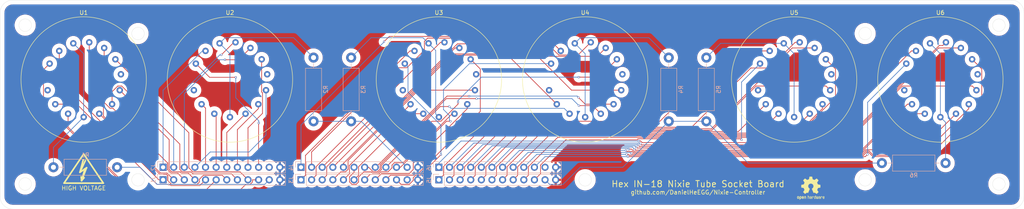
<source format=kicad_pcb>
(kicad_pcb (version 20171130) (host pcbnew "(5.1.5-131-g305ed0b65)-1")
  (layers (0 F.Cu signal) (31 B.Cu signal) (34 B.Paste user) (35 F.Paste user) (36 B.SilkS user) (37 F.SilkS user) (38 B.Mask user) (39 F.Mask user) (44 Edge.Cuts user))
  (net 0 "")
  (net 1 GND)
  (net 2 "Net-(J1-Pad10)")
  (net 3 "Net-(J1-Pad9)")
  (net 4 "Net-(J1-Pad8)")
  (net 5 "Net-(J1-Pad7)")
  (net 6 "Net-(J1-Pad6)")
  (net 7 "Net-(J1-Pad5)")
  (net 8 "Net-(J1-Pad4)")
  (net 9 "Net-(J1-Pad3)")
  (net 10 "Net-(J1-Pad2)")
  (net 11 "Net-(J1-Pad1)")
  (net 12 "Net-(J2-Pad10)")
  (net 13 "Net-(J2-Pad9)")
  (net 14 "Net-(J2-Pad8)")
  (net 15 "Net-(J2-Pad7)")
  (net 16 "Net-(J2-Pad6)")
  (net 17 "Net-(J2-Pad5)")
  (net 18 "Net-(J2-Pad4)")
  (net 19 "Net-(J2-Pad3)")
  (net 20 "Net-(J2-Pad2)")
  (net 21 "Net-(J2-Pad1)")
  (net 22 "Net-(J3-Pad10)")
  (net 23 "Net-(J3-Pad9)")
  (net 24 "Net-(J3-Pad8)")
  (net 25 "Net-(J3-Pad7)")
  (net 26 "Net-(J3-Pad6)")
  (net 27 "Net-(J3-Pad5)")
  (net 28 "Net-(J3-Pad4)")
  (net 29 "Net-(J3-Pad3)")
  (net 30 "Net-(J3-Pad2)")
  (net 31 "Net-(J3-Pad1)")
  (net 32 "Net-(J4-Pad1)")
  (net 33 "Net-(J4-Pad2)")
  (net 34 "Net-(J4-Pad3)")
  (net 35 "Net-(J4-Pad4)")
  (net 36 "Net-(J4-Pad5)")
  (net 37 "Net-(J4-Pad6)")
  (net 38 "Net-(J4-Pad7)")
  (net 39 "Net-(J4-Pad8)")
  (net 40 "Net-(J4-Pad9)")
  (net 41 "Net-(J4-Pad10)")
  (net 42 "Net-(J5-Pad1)")
  (net 43 "Net-(J5-Pad2)")
  (net 44 "Net-(J5-Pad3)")
  (net 45 "Net-(J5-Pad4)")
  (net 46 "Net-(J5-Pad5)")
  (net 47 "Net-(J5-Pad6)")
  (net 48 "Net-(J5-Pad7)")
  (net 49 "Net-(J5-Pad8)")
  (net 50 "Net-(J5-Pad9)")
  (net 51 "Net-(J5-Pad10)")
  (net 52 "Net-(J6-Pad1)")
  (net 53 "Net-(J6-Pad2)")
  (net 54 "Net-(J6-Pad3)")
  (net 55 "Net-(J6-Pad4)")
  (net 56 "Net-(J6-Pad5)")
  (net 57 "Net-(J6-Pad6)")
  (net 58 "Net-(J6-Pad7)")
  (net 59 "Net-(J6-Pad8)")
  (net 60 "Net-(J6-Pad9)")
  (net 61 "Net-(J6-Pad10)")
  (net 62 Anode)
  (net 63 "Net-(U1-Pad1)")
  (net 64 "Net-(U2-Pad1)")
  (net 65 "Net-(U3-Pad1)")
  (net 66 "Net-(U4-Pad1)")
  (net 67 "Net-(U5-Pad1)")
  (net 68 "Net-(U6-Pad1)")
  (net 69 HV)
  (module Symbol:Symbol_HighVoltage_Type2_CopperTop_VerySmall (layer F.Cu) (at 10 76)
    (fp_text reference REF** hide)
    (fp_text value Symbol_HighVoltage_Type2_CopperTop_VerySmall)
  )
  (module Symbol:OSHW-Logo2_7.3x6mm_SilkScreen (layer F.Cu) (at 184 80)
    (fp_text reference REF** hide)
    (fp_text value OSHW-Logo2_7.3x6mm_SilkScreen hide)
  )
  (module Connector_PinHeader_2.54mm:PinHeader_1x12_P2.54mm_Vertical (layer B.Cu) (at 29 78 270)
    (fp_text reference J1 (at 0 2.33 270) (layer B.SilkS) (effects (justify mirror)))
    (fp_text value Conn_01x12_Male)
    (pad 12 thru_hole oval (at 0 -27.94 270) (size 1.7 1.7) (drill 1) (layers *.Cu *.Mask) (net 1 GND))
    (pad 11 thru_hole oval (at 0 -25.4 270) (size 1.7 1.7) (drill 1) (layers *.Cu *.Mask) (net 69 HV))
    (pad 10 thru_hole oval (at 0 -22.86 270) (size 1.7 1.7) (drill 1) (layers *.Cu *.Mask) (net 2 "Net-(J1-Pad10)"))
    (pad 9 thru_hole oval (at 0 -20.32 270) (size 1.7 1.7) (drill 1) (layers *.Cu *.Mask) (net 3 "Net-(J1-Pad9)"))
    (pad 8 thru_hole oval (at 0 -17.78 270) (size 1.7 1.7) (drill 1) (layers *.Cu *.Mask) (net 4 "Net-(J1-Pad8)"))
    (pad 7 thru_hole oval (at 0 -15.24 270) (size 1.7 1.7) (drill 1) (layers *.Cu *.Mask) (net 5 "Net-(J1-Pad7)"))
    (pad 6 thru_hole oval (at 0 -12.7 270) (size 1.7 1.7) (drill 1) (layers *.Cu *.Mask) (net 6 "Net-(J1-Pad6)"))
    (pad 5 thru_hole oval (at 0 -10.16 270) (size 1.7 1.7) (drill 1) (layers *.Cu *.Mask) (net 7 "Net-(J1-Pad5)"))
    (pad 4 thru_hole oval (at 0 -7.62 270) (size 1.7 1.7) (drill 1) (layers *.Cu *.Mask) (net 8 "Net-(J1-Pad4)"))
    (pad 3 thru_hole oval (at 0 -5.08 270) (size 1.7 1.7) (drill 1) (layers *.Cu *.Mask) (net 9 "Net-(J1-Pad3)"))
    (pad 2 thru_hole oval (at 0 -2.54 270) (size 1.7 1.7) (drill 1) (layers *.Cu *.Mask) (net 10 "Net-(J1-Pad2)"))
    (pad 1 thru_hole rect (at 0 0 270) (size 1.7 1.7) (drill 1) (layers *.Cu *.Mask) (net 11 "Net-(J1-Pad1)"))
  )
  (module Connector_PinHeader_2.54mm:PinHeader_1x12_P2.54mm_Vertical (layer B.Cu) (at 29 75 270)
    (fp_text reference J2 (at 0 2.33 270) (layer B.SilkS) (effects (justify mirror)))
    (fp_text value Conn_01x12_Male)
    (pad 12 thru_hole oval (at 0 -27.94 270) (size 1.7 1.7) (drill 1) (layers *.Cu *.Mask) (net 1 GND))
    (pad 11 thru_hole oval (at 0 -25.4 270) (size 1.7 1.7) (drill 1) (layers *.Cu *.Mask) (net 69 HV))
    (pad 10 thru_hole oval (at 0 -22.86 270) (size 1.7 1.7) (drill 1) (layers *.Cu *.Mask) (net 12 "Net-(J2-Pad10)"))
    (pad 9 thru_hole oval (at 0 -20.32 270) (size 1.7 1.7) (drill 1) (layers *.Cu *.Mask) (net 13 "Net-(J2-Pad9)"))
    (pad 8 thru_hole oval (at 0 -17.78 270) (size 1.7 1.7) (drill 1) (layers *.Cu *.Mask) (net 14 "Net-(J2-Pad8)"))
    (pad 7 thru_hole oval (at 0 -15.24 270) (size 1.7 1.7) (drill 1) (layers *.Cu *.Mask) (net 15 "Net-(J2-Pad7)"))
    (pad 6 thru_hole oval (at 0 -12.7 270) (size 1.7 1.7) (drill 1) (layers *.Cu *.Mask) (net 16 "Net-(J2-Pad6)"))
    (pad 5 thru_hole oval (at 0 -10.16 270) (size 1.7 1.7) (drill 1) (layers *.Cu *.Mask) (net 17 "Net-(J2-Pad5)"))
    (pad 4 thru_hole oval (at 0 -7.62 270) (size 1.7 1.7) (drill 1) (layers *.Cu *.Mask) (net 18 "Net-(J2-Pad4)"))
    (pad 3 thru_hole oval (at 0 -5.08 270) (size 1.7 1.7) (drill 1) (layers *.Cu *.Mask) (net 19 "Net-(J2-Pad3)"))
    (pad 2 thru_hole oval (at 0 -2.54 270) (size 1.7 1.7) (drill 1) (layers *.Cu *.Mask) (net 20 "Net-(J2-Pad2)"))
    (pad 1 thru_hole rect (at 0 0 270) (size 1.7 1.7) (drill 1) (layers *.Cu *.Mask) (net 21 "Net-(J2-Pad1)"))
  )
  (module Connector_PinHeader_2.54mm:PinHeader_1x12_P2.54mm_Vertical (layer B.Cu) (at 62 78 270)
    (fp_text reference J3 (at 0 2.33 270) (layer B.SilkS) (effects (justify mirror)))
    (fp_text value Conn_01x12_Male)
    (pad 12 thru_hole oval (at 0 -27.94 270) (size 1.7 1.7) (drill 1) (layers *.Cu *.Mask) (net 1 GND))
    (pad 11 thru_hole oval (at 0 -25.4 270) (size 1.7 1.7) (drill 1) (layers *.Cu *.Mask) (net 69 HV))
    (pad 10 thru_hole oval (at 0 -22.86 270) (size 1.7 1.7) (drill 1) (layers *.Cu *.Mask) (net 22 "Net-(J3-Pad10)"))
    (pad 9 thru_hole oval (at 0 -20.32 270) (size 1.7 1.7) (drill 1) (layers *.Cu *.Mask) (net 23 "Net-(J3-Pad9)"))
    (pad 8 thru_hole oval (at 0 -17.78 270) (size 1.7 1.7) (drill 1) (layers *.Cu *.Mask) (net 24 "Net-(J3-Pad8)"))
    (pad 7 thru_hole oval (at 0 -15.24 270) (size 1.7 1.7) (drill 1) (layers *.Cu *.Mask) (net 25 "Net-(J3-Pad7)"))
    (pad 6 thru_hole oval (at 0 -12.7 270) (size 1.7 1.7) (drill 1) (layers *.Cu *.Mask) (net 26 "Net-(J3-Pad6)"))
    (pad 5 thru_hole oval (at 0 -10.16 270) (size 1.7 1.7) (drill 1) (layers *.Cu *.Mask) (net 27 "Net-(J3-Pad5)"))
    (pad 4 thru_hole oval (at 0 -7.62 270) (size 1.7 1.7) (drill 1) (layers *.Cu *.Mask) (net 28 "Net-(J3-Pad4)"))
    (pad 3 thru_hole oval (at 0 -5.08 270) (size 1.7 1.7) (drill 1) (layers *.Cu *.Mask) (net 29 "Net-(J3-Pad3)"))
    (pad 2 thru_hole oval (at 0 -2.54 270) (size 1.7 1.7) (drill 1) (layers *.Cu *.Mask) (net 30 "Net-(J3-Pad2)"))
    (pad 1 thru_hole rect (at 0 0 270) (size 1.7 1.7) (drill 1) (layers *.Cu *.Mask) (net 31 "Net-(J3-Pad1)"))
  )
  (module Connector_PinHeader_2.54mm:PinHeader_1x12_P2.54mm_Vertical (layer B.Cu) (at 62 75 270)
    (fp_text reference J4 (at 0 2.33 270) (layer B.SilkS) (effects (justify mirror)))
    (fp_text value Conn_01x12_Male)
    (pad 1 thru_hole rect (at 0 0 270) (size 1.7 1.7) (drill 1) (layers *.Cu *.Mask) (net 32 "Net-(J4-Pad1)"))
    (pad 2 thru_hole oval (at 0 -2.54 270) (size 1.7 1.7) (drill 1) (layers *.Cu *.Mask) (net 33 "Net-(J4-Pad2)"))
    (pad 3 thru_hole oval (at 0 -5.08 270) (size 1.7 1.7) (drill 1) (layers *.Cu *.Mask) (net 34 "Net-(J4-Pad3)"))
    (pad 4 thru_hole oval (at 0 -7.62 270) (size 1.7 1.7) (drill 1) (layers *.Cu *.Mask) (net 35 "Net-(J4-Pad4)"))
    (pad 5 thru_hole oval (at 0 -10.16 270) (size 1.7 1.7) (drill 1) (layers *.Cu *.Mask) (net 36 "Net-(J4-Pad5)"))
    (pad 6 thru_hole oval (at 0 -12.7 270) (size 1.7 1.7) (drill 1) (layers *.Cu *.Mask) (net 37 "Net-(J4-Pad6)"))
    (pad 7 thru_hole oval (at 0 -15.24 270) (size 1.7 1.7) (drill 1) (layers *.Cu *.Mask) (net 38 "Net-(J4-Pad7)"))
    (pad 8 thru_hole oval (at 0 -17.78 270) (size 1.7 1.7) (drill 1) (layers *.Cu *.Mask) (net 39 "Net-(J4-Pad8)"))
    (pad 9 thru_hole oval (at 0 -20.32 270) (size 1.7 1.7) (drill 1) (layers *.Cu *.Mask) (net 40 "Net-(J4-Pad9)"))
    (pad 10 thru_hole oval (at 0 -22.86 270) (size 1.7 1.7) (drill 1) (layers *.Cu *.Mask) (net 41 "Net-(J4-Pad10)"))
    (pad 11 thru_hole oval (at 0 -25.4 270) (size 1.7 1.7) (drill 1) (layers *.Cu *.Mask) (net 69 HV))
    (pad 12 thru_hole oval (at 0 -27.94 270) (size 1.7 1.7) (drill 1) (layers *.Cu *.Mask) (net 1 GND))
  )
  (module Connector_PinHeader_2.54mm:PinHeader_1x12_P2.54mm_Vertical (layer B.Cu) (at 95 78 270)
    (fp_text reference J5 (at 0 2.33 270) (layer B.SilkS) (effects (justify mirror)))
    (fp_text value Conn_01x12_Male)
    (pad 1 thru_hole rect (at 0 0 270) (size 1.7 1.7) (drill 1) (layers *.Cu *.Mask) (net 42 "Net-(J5-Pad1)"))
    (pad 2 thru_hole oval (at 0 -2.54 270) (size 1.7 1.7) (drill 1) (layers *.Cu *.Mask) (net 43 "Net-(J5-Pad2)"))
    (pad 3 thru_hole oval (at 0 -5.08 270) (size 1.7 1.7) (drill 1) (layers *.Cu *.Mask) (net 44 "Net-(J5-Pad3)"))
    (pad 4 thru_hole oval (at 0 -7.62 270) (size 1.7 1.7) (drill 1) (layers *.Cu *.Mask) (net 45 "Net-(J5-Pad4)"))
    (pad 5 thru_hole oval (at 0 -10.16 270) (size 1.7 1.7) (drill 1) (layers *.Cu *.Mask) (net 46 "Net-(J5-Pad5)"))
    (pad 6 thru_hole oval (at 0 -12.7 270) (size 1.7 1.7) (drill 1) (layers *.Cu *.Mask) (net 47 "Net-(J5-Pad6)"))
    (pad 7 thru_hole oval (at 0 -15.24 270) (size 1.7 1.7) (drill 1) (layers *.Cu *.Mask) (net 48 "Net-(J5-Pad7)"))
    (pad 8 thru_hole oval (at 0 -17.78 270) (size 1.7 1.7) (drill 1) (layers *.Cu *.Mask) (net 49 "Net-(J5-Pad8)"))
    (pad 9 thru_hole oval (at 0 -20.32 270) (size 1.7 1.7) (drill 1) (layers *.Cu *.Mask) (net 50 "Net-(J5-Pad9)"))
    (pad 10 thru_hole oval (at 0 -22.86 270) (size 1.7 1.7) (drill 1) (layers *.Cu *.Mask) (net 51 "Net-(J5-Pad10)"))
    (pad 11 thru_hole oval (at 0 -25.4 270) (size 1.7 1.7) (drill 1) (layers *.Cu *.Mask) (net 69 HV))
    (pad 12 thru_hole oval (at 0 -27.94 270) (size 1.7 1.7) (drill 1) (layers *.Cu *.Mask) (net 1 GND))
  )
  (module Connector_PinHeader_2.54mm:PinHeader_1x12_P2.54mm_Vertical (layer B.Cu) (at 95 75 270)
    (fp_text reference J6 (at 0 2.33 270) (layer B.SilkS) (effects (justify mirror)))
    (fp_text value Conn_01x12_Male)
    (pad 1 thru_hole rect (at 0 0 270) (size 1.7 1.7) (drill 1) (layers *.Cu *.Mask) (net 52 "Net-(J6-Pad1)"))
    (pad 2 thru_hole oval (at 0 -2.54 270) (size 1.7 1.7) (drill 1) (layers *.Cu *.Mask) (net 53 "Net-(J6-Pad2)"))
    (pad 3 thru_hole oval (at 0 -5.08 270) (size 1.7 1.7) (drill 1) (layers *.Cu *.Mask) (net 54 "Net-(J6-Pad3)"))
    (pad 4 thru_hole oval (at 0 -7.62 270) (size 1.7 1.7) (drill 1) (layers *.Cu *.Mask) (net 55 "Net-(J6-Pad4)"))
    (pad 5 thru_hole oval (at 0 -10.16 270) (size 1.7 1.7) (drill 1) (layers *.Cu *.Mask) (net 56 "Net-(J6-Pad5)"))
    (pad 6 thru_hole oval (at 0 -12.7 270) (size 1.7 1.7) (drill 1) (layers *.Cu *.Mask) (net 57 "Net-(J6-Pad6)"))
    (pad 7 thru_hole oval (at 0 -15.24 270) (size 1.7 1.7) (drill 1) (layers *.Cu *.Mask) (net 58 "Net-(J6-Pad7)"))
    (pad 8 thru_hole oval (at 0 -17.78 270) (size 1.7 1.7) (drill 1) (layers *.Cu *.Mask) (net 59 "Net-(J6-Pad8)"))
    (pad 9 thru_hole oval (at 0 -20.32 270) (size 1.7 1.7) (drill 1) (layers *.Cu *.Mask) (net 60 "Net-(J6-Pad9)"))
    (pad 10 thru_hole oval (at 0 -22.86 270) (size 1.7 1.7) (drill 1) (layers *.Cu *.Mask) (net 61 "Net-(J6-Pad10)"))
    (pad 11 thru_hole oval (at 0 -25.4 270) (size 1.7 1.7) (drill 1) (layers *.Cu *.Mask) (net 69 HV))
    (pad 12 thru_hole oval (at 0 -27.94 270) (size 1.7 1.7) (drill 1) (layers *.Cu *.Mask) (net 1 GND))
  )
  (module NixieController:IN-18 (layer F.Cu) (at 10 54)
    (fp_text reference U1 (at 0 -16) (layer F.SilkS))
    (fp_text value IN-18)
    (pad 14 thru_hole circle (at -8.15677 -3.803564) (size 1.524 1.524) (drill 0.762) (layers *.Cu *.Mask) (net 2 "Net-(J1-Pad10)"))
    (pad 13 thru_hole circle (at -5.845032 -6.843653) (size 1.524 1.524) (drill 0.762) (layers *.Cu *.Mask) (net 11 "Net-(J1-Pad1)"))
    (pad 12 thru_hole circle (at -2.480736 -8.651355) (size 1.524 1.524) (drill 0.762) (layers *.Cu *.Mask) (net 62 Anode))
    (pad 11 thru_hole circle (at 1.330284 -8.901142) (size 1.524 1.524) (drill 0.762) (layers *.Cu *.Mask) (net 10 "Net-(J1-Pad2)"))
    (pad 10 thru_hole circle (at 4.901751 -7.548035) (size 1.524 1.524) (drill 0.762) (layers *.Cu *.Mask) (net 9 "Net-(J1-Pad3)"))
    (pad 9 thru_hole circle (at 7.590523 -4.835696) (size 1.524 1.524) (drill 0.762) (layers *.Cu *.Mask) (net 3 "Net-(J1-Pad9)"))
    (pad 8 thru_hole circle (at 8.912412 -1.252557) (size 1.524 1.524) (drill 0.762) (layers *.Cu *.Mask) (net 63 "Net-(U1-Pad1)"))
    (pad 1 thru_hole circle (at -8.629377 2.556138) (size 1.524 1.524) (drill 0.762) (layers *.Cu *.Mask) (net 63 "Net-(U1-Pad1)"))
    (pad 2 thru_hole circle (at -6.792386 5.904531) (size 1.524 1.524) (drill 0.762) (layers *.Cu *.Mask) (net 7 "Net-(J1-Pad5)"))
    (pad 3 thru_hole circle (at -3.732239 8.189651) (size 1.524 1.524) (drill 0.762) (layers *.Cu *.Mask) (net 6 "Net-(J1-Pad6)"))
    (pad 7 thru_hole circle (at 8.629377 2.556138) (size 1.524 1.524) (drill 0.762) (layers *.Cu *.Mask) (net 8 "Net-(J1-Pad4)"))
    (pad 6 thru_hole circle (at 6.792386 5.904531) (size 1.524 1.524) (drill 0.762) (layers *.Cu *.Mask) (net 4 "Net-(J1-Pad8)"))
    (pad 5 thru_hole circle (at 3.732239 8.189651) (size 1.524 1.524) (drill 0.762) (layers *.Cu *.Mask) (net 5 "Net-(J1-Pad7)"))
    (pad 4 thru_hole circle (at 0 9) (size 1.524 1.524) (drill 0.762) (layers *.Cu *.Mask) (net 62 Anode))
  )
  (module NixieController:IN-18 (layer F.Cu) (at 45 54)
    (fp_text reference U2 (at 0 -16) (layer F.SilkS))
    (fp_text value IN-18)
    (pad 14 thru_hole circle (at -8.15677 -3.803564) (size 1.524 1.524) (drill 0.762) (layers *.Cu *.Mask) (net 12 "Net-(J2-Pad10)"))
    (pad 13 thru_hole circle (at -5.845032 -6.843653) (size 1.524 1.524) (drill 0.762) (layers *.Cu *.Mask) (net 21 "Net-(J2-Pad1)"))
    (pad 12 thru_hole circle (at -2.480736 -8.651355) (size 1.524 1.524) (drill 0.762) (layers *.Cu *.Mask) (net 62 Anode))
    (pad 11 thru_hole circle (at 1.330284 -8.901142) (size 1.524 1.524) (drill 0.762) (layers *.Cu *.Mask) (net 20 "Net-(J2-Pad2)"))
    (pad 10 thru_hole circle (at 4.901751 -7.548035) (size 1.524 1.524) (drill 0.762) (layers *.Cu *.Mask) (net 19 "Net-(J2-Pad3)"))
    (pad 9 thru_hole circle (at 7.590523 -4.835696) (size 1.524 1.524) (drill 0.762) (layers *.Cu *.Mask) (net 13 "Net-(J2-Pad9)"))
    (pad 8 thru_hole circle (at 8.912412 -1.252557) (size 1.524 1.524) (drill 0.762) (layers *.Cu *.Mask) (net 64 "Net-(U2-Pad1)"))
    (pad 1 thru_hole circle (at -8.629377 2.556138) (size 1.524 1.524) (drill 0.762) (layers *.Cu *.Mask) (net 64 "Net-(U2-Pad1)"))
    (pad 2 thru_hole circle (at -6.792386 5.904531) (size 1.524 1.524) (drill 0.762) (layers *.Cu *.Mask) (net 17 "Net-(J2-Pad5)"))
    (pad 3 thru_hole circle (at -3.732239 8.189651) (size 1.524 1.524) (drill 0.762) (layers *.Cu *.Mask) (net 16 "Net-(J2-Pad6)"))
    (pad 7 thru_hole circle (at 8.629377 2.556138) (size 1.524 1.524) (drill 0.762) (layers *.Cu *.Mask) (net 18 "Net-(J2-Pad4)"))
    (pad 6 thru_hole circle (at 6.792386 5.904531) (size 1.524 1.524) (drill 0.762) (layers *.Cu *.Mask) (net 14 "Net-(J2-Pad8)"))
    (pad 5 thru_hole circle (at 3.732239 8.189651) (size 1.524 1.524) (drill 0.762) (layers *.Cu *.Mask) (net 15 "Net-(J2-Pad7)"))
    (pad 4 thru_hole circle (at 0 9) (size 1.524 1.524) (drill 0.762) (layers *.Cu *.Mask) (net 62 Anode))
  )
  (module NixieController:IN-18 (layer F.Cu) (at 95 54)
    (fp_text reference U3 (at 0 -16) (layer F.SilkS))
    (fp_text value IN-18)
    (pad 4 thru_hole circle (at 0 9) (size 1.524 1.524) (drill 0.762) (layers *.Cu *.Mask) (net 62 Anode))
    (pad 5 thru_hole circle (at 3.732239 8.189651) (size 1.524 1.524) (drill 0.762) (layers *.Cu *.Mask) (net 25 "Net-(J3-Pad7)"))
    (pad 6 thru_hole circle (at 6.792386 5.904531) (size 1.524 1.524) (drill 0.762) (layers *.Cu *.Mask) (net 24 "Net-(J3-Pad8)"))
    (pad 7 thru_hole circle (at 8.629377 2.556138) (size 1.524 1.524) (drill 0.762) (layers *.Cu *.Mask) (net 28 "Net-(J3-Pad4)"))
    (pad 3 thru_hole circle (at -3.732239 8.189651) (size 1.524 1.524) (drill 0.762) (layers *.Cu *.Mask) (net 26 "Net-(J3-Pad6)"))
    (pad 2 thru_hole circle (at -6.792386 5.904531) (size 1.524 1.524) (drill 0.762) (layers *.Cu *.Mask) (net 27 "Net-(J3-Pad5)"))
    (pad 1 thru_hole circle (at -8.629377 2.556138) (size 1.524 1.524) (drill 0.762) (layers *.Cu *.Mask) (net 65 "Net-(U3-Pad1)"))
    (pad 8 thru_hole circle (at 8.912412 -1.252557) (size 1.524 1.524) (drill 0.762) (layers *.Cu *.Mask) (net 65 "Net-(U3-Pad1)"))
    (pad 9 thru_hole circle (at 7.590523 -4.835696) (size 1.524 1.524) (drill 0.762) (layers *.Cu *.Mask) (net 23 "Net-(J3-Pad9)"))
    (pad 10 thru_hole circle (at 4.901751 -7.548035) (size 1.524 1.524) (drill 0.762) (layers *.Cu *.Mask) (net 29 "Net-(J3-Pad3)"))
    (pad 11 thru_hole circle (at 1.330284 -8.901142) (size 1.524 1.524) (drill 0.762) (layers *.Cu *.Mask) (net 30 "Net-(J3-Pad2)"))
    (pad 12 thru_hole circle (at -2.480736 -8.651355) (size 1.524 1.524) (drill 0.762) (layers *.Cu *.Mask) (net 62 Anode))
    (pad 13 thru_hole circle (at -5.845032 -6.843653) (size 1.524 1.524) (drill 0.762) (layers *.Cu *.Mask) (net 31 "Net-(J3-Pad1)"))
    (pad 14 thru_hole circle (at -8.15677 -3.803564) (size 1.524 1.524) (drill 0.762) (layers *.Cu *.Mask) (net 22 "Net-(J3-Pad10)"))
  )
  (module NixieController:IN-18 (layer F.Cu) (at 130 54)
    (fp_text reference U4 (at 0 -16) (layer F.SilkS))
    (fp_text value IN-18)
    (pad 4 thru_hole circle (at 0 9) (size 1.524 1.524) (drill 0.762) (layers *.Cu *.Mask) (net 62 Anode))
    (pad 5 thru_hole circle (at 3.732239 8.189651) (size 1.524 1.524) (drill 0.762) (layers *.Cu *.Mask) (net 38 "Net-(J4-Pad7)"))
    (pad 6 thru_hole circle (at 6.792386 5.904531) (size 1.524 1.524) (drill 0.762) (layers *.Cu *.Mask) (net 39 "Net-(J4-Pad8)"))
    (pad 7 thru_hole circle (at 8.629377 2.556138) (size 1.524 1.524) (drill 0.762) (layers *.Cu *.Mask) (net 35 "Net-(J4-Pad4)"))
    (pad 3 thru_hole circle (at -3.732239 8.189651) (size 1.524 1.524) (drill 0.762) (layers *.Cu *.Mask) (net 37 "Net-(J4-Pad6)"))
    (pad 2 thru_hole circle (at -6.792386 5.904531) (size 1.524 1.524) (drill 0.762) (layers *.Cu *.Mask) (net 36 "Net-(J4-Pad5)"))
    (pad 1 thru_hole circle (at -8.629377 2.556138) (size 1.524 1.524) (drill 0.762) (layers *.Cu *.Mask) (net 66 "Net-(U4-Pad1)"))
    (pad 8 thru_hole circle (at 8.912412 -1.252557) (size 1.524 1.524) (drill 0.762) (layers *.Cu *.Mask) (net 66 "Net-(U4-Pad1)"))
    (pad 9 thru_hole circle (at 7.590523 -4.835696) (size 1.524 1.524) (drill 0.762) (layers *.Cu *.Mask) (net 40 "Net-(J4-Pad9)"))
    (pad 10 thru_hole circle (at 4.901751 -7.548035) (size 1.524 1.524) (drill 0.762) (layers *.Cu *.Mask) (net 34 "Net-(J4-Pad3)"))
    (pad 11 thru_hole circle (at 1.330284 -8.901142) (size 1.524 1.524) (drill 0.762) (layers *.Cu *.Mask) (net 33 "Net-(J4-Pad2)"))
    (pad 12 thru_hole circle (at -2.480736 -8.651355) (size 1.524 1.524) (drill 0.762) (layers *.Cu *.Mask) (net 62 Anode))
    (pad 13 thru_hole circle (at -5.845032 -6.843653) (size 1.524 1.524) (drill 0.762) (layers *.Cu *.Mask) (net 32 "Net-(J4-Pad1)"))
    (pad 14 thru_hole circle (at -8.15677 -3.803564) (size 1.524 1.524) (drill 0.762) (layers *.Cu *.Mask) (net 41 "Net-(J4-Pad10)"))
  )
  (module NixieController:IN-18 (layer F.Cu) (at 180 54)
    (fp_text reference U5 (at 0 -16) (layer F.SilkS))
    (fp_text value IN-18)
    (pad 4 thru_hole circle (at 0 9) (size 1.524 1.524) (drill 0.762) (layers *.Cu *.Mask) (net 62 Anode))
    (pad 5 thru_hole circle (at 3.732239 8.189651) (size 1.524 1.524) (drill 0.762) (layers *.Cu *.Mask) (net 48 "Net-(J5-Pad7)"))
    (pad 6 thru_hole circle (at 6.792386 5.904531) (size 1.524 1.524) (drill 0.762) (layers *.Cu *.Mask) (net 49 "Net-(J5-Pad8)"))
    (pad 7 thru_hole circle (at 8.629377 2.556138) (size 1.524 1.524) (drill 0.762) (layers *.Cu *.Mask) (net 45 "Net-(J5-Pad4)"))
    (pad 3 thru_hole circle (at -3.732239 8.189651) (size 1.524 1.524) (drill 0.762) (layers *.Cu *.Mask) (net 47 "Net-(J5-Pad6)"))
    (pad 2 thru_hole circle (at -6.792386 5.904531) (size 1.524 1.524) (drill 0.762) (layers *.Cu *.Mask) (net 46 "Net-(J5-Pad5)"))
    (pad 1 thru_hole circle (at -8.629377 2.556138) (size 1.524 1.524) (drill 0.762) (layers *.Cu *.Mask) (net 67 "Net-(U5-Pad1)"))
    (pad 8 thru_hole circle (at 8.912412 -1.252557) (size 1.524 1.524) (drill 0.762) (layers *.Cu *.Mask) (net 67 "Net-(U5-Pad1)"))
    (pad 9 thru_hole circle (at 7.590523 -4.835696) (size 1.524 1.524) (drill 0.762) (layers *.Cu *.Mask) (net 50 "Net-(J5-Pad9)"))
    (pad 10 thru_hole circle (at 4.901751 -7.548035) (size 1.524 1.524) (drill 0.762) (layers *.Cu *.Mask) (net 44 "Net-(J5-Pad3)"))
    (pad 11 thru_hole circle (at 1.330284 -8.901142) (size 1.524 1.524) (drill 0.762) (layers *.Cu *.Mask) (net 43 "Net-(J5-Pad2)"))
    (pad 12 thru_hole circle (at -2.480736 -8.651355) (size 1.524 1.524) (drill 0.762) (layers *.Cu *.Mask) (net 62 Anode))
    (pad 13 thru_hole circle (at -5.845032 -6.843653) (size 1.524 1.524) (drill 0.762) (layers *.Cu *.Mask) (net 42 "Net-(J5-Pad1)"))
    (pad 14 thru_hole circle (at -8.15677 -3.803564) (size 1.524 1.524) (drill 0.762) (layers *.Cu *.Mask) (net 51 "Net-(J5-Pad10)"))
  )
  (module NixieController:IN-18 (layer F.Cu) (at 215 54)
    (fp_text reference U6 (at 0 -16) (layer F.SilkS))
    (fp_text value IN-18)
    (pad 14 thru_hole circle (at -8.15677 -3.803564) (size 1.524 1.524) (drill 0.762) (layers *.Cu *.Mask) (net 61 "Net-(J6-Pad10)"))
    (pad 13 thru_hole circle (at -5.845032 -6.843653) (size 1.524 1.524) (drill 0.762) (layers *.Cu *.Mask) (net 52 "Net-(J6-Pad1)"))
    (pad 12 thru_hole circle (at -2.480736 -8.651355) (size 1.524 1.524) (drill 0.762) (layers *.Cu *.Mask) (net 62 Anode))
    (pad 11 thru_hole circle (at 1.330284 -8.901142) (size 1.524 1.524) (drill 0.762) (layers *.Cu *.Mask) (net 53 "Net-(J6-Pad2)"))
    (pad 10 thru_hole circle (at 4.901751 -7.548035) (size 1.524 1.524) (drill 0.762) (layers *.Cu *.Mask) (net 54 "Net-(J6-Pad3)"))
    (pad 9 thru_hole circle (at 7.590523 -4.835696) (size 1.524 1.524) (drill 0.762) (layers *.Cu *.Mask) (net 60 "Net-(J6-Pad9)"))
    (pad 8 thru_hole circle (at 8.912412 -1.252557) (size 1.524 1.524) (drill 0.762) (layers *.Cu *.Mask) (net 68 "Net-(U6-Pad1)"))
    (pad 1 thru_hole circle (at -8.629377 2.556138) (size 1.524 1.524) (drill 0.762) (layers *.Cu *.Mask) (net 68 "Net-(U6-Pad1)"))
    (pad 2 thru_hole circle (at -6.792386 5.904531) (size 1.524 1.524) (drill 0.762) (layers *.Cu *.Mask) (net 56 "Net-(J6-Pad5)"))
    (pad 3 thru_hole circle (at -3.732239 8.189651) (size 1.524 1.524) (drill 0.762) (layers *.Cu *.Mask) (net 57 "Net-(J6-Pad6)"))
    (pad 7 thru_hole circle (at 8.629377 2.556138) (size 1.524 1.524) (drill 0.762) (layers *.Cu *.Mask) (net 55 "Net-(J6-Pad4)"))
    (pad 6 thru_hole circle (at 6.792386 5.904531) (size 1.524 1.524) (drill 0.762) (layers *.Cu *.Mask) (net 59 "Net-(J6-Pad8)"))
    (pad 5 thru_hole circle (at 3.732239 8.189651) (size 1.524 1.524) (drill 0.762) (layers *.Cu *.Mask) (net 58 "Net-(J6-Pad7)"))
    (pad 4 thru_hole circle (at 0 9) (size 1.524 1.524) (drill 0.762) (layers *.Cu *.Mask) (net 62 Anode))
  )
  (module Resistor_THT:R_Axial_DIN0411_L9.9mm_D3.6mm_P15.24mm_Horizontal (layer B.Cu) (at 18 75 180)
    (fp_text reference R1 (at 7.62 2.92) (layer B.SilkS) (effects (justify mirror)))
    (fp_text value 3K)
    (pad 1 thru_hole circle (at 0 0 180) (size 2.4 2.4) (drill 1.2) (layers *.Cu *.Mask) (net 69 HV))
    (pad 2 thru_hole oval (at 15.24 0 180) (size 2.4 2.4) (drill 1.2) (layers *.Cu *.Mask) (net 62 Anode))
  )
  (module Resistor_THT:R_Axial_DIN0411_L9.9mm_D3.6mm_P15.24mm_Horizontal (layer B.Cu) (at 65 64 90)
    (fp_text reference R2 (at 7.62 2.92 90) (layer B.SilkS) (effects (justify mirror)))
    (fp_text value 3K)
    (pad 1 thru_hole circle (at 0 0 90) (size 2.4 2.4) (drill 1.2) (layers *.Cu *.Mask) (net 69 HV))
    (pad 2 thru_hole oval (at 15.24 0 90) (size 2.4 2.4) (drill 1.2) (layers *.Cu *.Mask) (net 62 Anode))
  )
  (module Resistor_THT:R_Axial_DIN0411_L9.9mm_D3.6mm_P15.24mm_Horizontal (layer B.Cu) (at 74 64 90)
    (fp_text reference R3 (at 7.62 2.92 90) (layer B.SilkS) (effects (justify mirror)))
    (fp_text value 3K)
    (pad 1 thru_hole circle (at 0 0 90) (size 2.4 2.4) (drill 1.2) (layers *.Cu *.Mask) (net 69 HV))
    (pad 2 thru_hole oval (at 15.24 0 90) (size 2.4 2.4) (drill 1.2) (layers *.Cu *.Mask) (net 62 Anode))
  )
  (module Resistor_THT:R_Axial_DIN0411_L9.9mm_D3.6mm_P15.24mm_Horizontal (layer B.Cu) (at 150 64 90)
    (fp_text reference R4 (at 7.62 2.92 90) (layer B.SilkS) (effects (justify mirror)))
    (fp_text value 3K)
    (pad 2 thru_hole oval (at 15.24 0 90) (size 2.4 2.4) (drill 1.2) (layers *.Cu *.Mask) (net 62 Anode))
    (pad 1 thru_hole circle (at 0 0 90) (size 2.4 2.4) (drill 1.2) (layers *.Cu *.Mask) (net 69 HV))
  )
  (module Resistor_THT:R_Axial_DIN0411_L9.9mm_D3.6mm_P15.24mm_Horizontal (layer B.Cu) (at 159 64 90)
    (fp_text reference R5 (at 7.62 2.92 90) (layer B.SilkS) (effects (justify mirror)))
    (fp_text value 3K)
    (pad 2 thru_hole oval (at 15.24 0 90) (size 2.4 2.4) (drill 1.2) (layers *.Cu *.Mask) (net 62 Anode))
    (pad 1 thru_hole circle (at 0 0 90) (size 2.4 2.4) (drill 1.2) (layers *.Cu *.Mask) (net 69 HV))
  )
  (module Resistor_THT:R_Axial_DIN0411_L9.9mm_D3.6mm_P15.24mm_Horizontal (layer B.Cu) (at 201 74)
    (fp_text reference R6 (at 7.62 2.92) (layer B.SilkS) (effects (justify mirror)))
    (fp_text value 3K)
    (pad 2 thru_hole oval (at 15.24 0) (size 2.4 2.4) (drill 1.2) (layers *.Cu *.Mask) (net 62 Anode))
    (pad 1 thru_hole circle (at 0 0) (size 2.4 2.4) (drill 1.2) (layers *.Cu *.Mask) (net 69 HV))
  )
  (gr_text "HIGH VOLTAGE" (at 10 80) (layer F.SilkS) (effects (font (size 1 1))))
  (gr_text github.com/DanielHeEGG/Nixie-Controller (at 157 81) (layer F.SilkS) (effects (font (size 1 1))))
  (gr_text "Hex IN-18 Nixie Tube Socket Board" (at 157 79) (layer F.SilkS) (effects (font (size 1.5 1.5) (thickness 0.2))))
  (gr_circle (center 229 79) (end 230.5 79) (layer Edge.Cuts) (width 0.05))
  (gr_circle (center 229 41) (end 230.5 41) (layer Edge.Cuts) (width 0.05))
  (gr_circle (center -4 41) (end -2.5 41) (layer Edge.Cuts) (width 0.05))
  (gr_circle (center -4 79) (end -2.5 79) (layer Edge.Cuts) (width 0.05))
  (gr_circle (center 23 78) (end 24.5 78) (layer Edge.Cuts) (width 0.05))
  (gr_arc (start 232 38) (end 235 38) (angle -90) (layer Edge.Cuts) (width 0.05))
  (gr_arc (start 232 82) (end 232 85) (angle -90) (layer Edge.Cuts) (width 0.05))
  (gr_arc (start -7 82) (end -10 82) (angle -90) (layer Edge.Cuts) (width 0.05))
  (gr_arc (start -7 38) (end -7 35) (angle -90) (layer Edge.Cuts) (width 0.05))
  (gr_line (start -10 82) (end -10 38) (layer Edge.Cuts) (width 0.05))
  (gr_line (start 232 85) (end -7 85) (layer Edge.Cuts) (width 0.05))
  (gr_line (start 235 38) (end 235 82) (layer Edge.Cuts) (width 0.05))
  (gr_line (start -7 35) (end 232 35) (layer Edge.Cuts) (width 0.05))
  (gr_circle (center 197 43) (end 198.5 43) (layer Edge.Cuts) (width 0.05))
  (gr_circle (center 197 78) (end 198.5 78) (layer Edge.Cuts) (width 0.05))
  (gr_circle (center 130 78) (end 131.5 78) (layer Edge.Cuts) (width 0.05))
  (gr_circle (center 23 43) (end 24.5 43) (layer Edge.Cuts) (width 0.05))
  (segment (start 49.837729 79.078601) (end 48.802271 79.078601) (width 0.1524) (layer F.Cu) (net 2))
  (segment (start 50.398601 78.517729) (end 49.837729 79.078601) (width 0.1524) (layer F.Cu) (net 2))
  (segment (start 51.86 78) (end 50.398601 78) (width 0.1524) (layer F.Cu) (net 2))
  (segment (start 50.398601 78) (end 50.398601 78.517729) (width 0.1524) (layer F.Cu) (net 2))
  (segment (start 48.802271 79.078601) (end 46.570872 81.31) (width 0.1524) (layer F.Cu) (net 2))
  (segment (start 0.380022 51.659644) (end 1.84323 50.196436) (width 0.1524) (layer F.Cu) (net 2))
  (segment (start 21.764603 81.31) (end 0.380022 59.925419) (width 0.1524) (layer F.Cu) (net 2))
  (segment (start 0.380022 59.925419) (end 0.380022 51.659644) (width 0.1524) (layer F.Cu) (net 2))
  (segment (start 46.570872 81.31) (end 21.764603 81.31) (width 0.1524) (layer F.Cu) (net 2))
  (segment (start 35.158601 66.732382) (end 17.590523 49.164304) (width 0.1524) (layer F.Cu) (net 3))
  (segment (start 35.158601 75.134931) (end 35.158601 66.732382) (width 0.1524) (layer F.Cu) (net 3))
  (segment (start 36.102271 76.078601) (end 35.158601 75.134931) (width 0.1524) (layer F.Cu) (net 3))
  (segment (start 47.398601 76.078601) (end 36.102271 76.078601) (width 0.1524) (layer F.Cu) (net 3))
  (segment (start 49.32 78) (end 47.398601 76.078601) (width 0.1524) (layer F.Cu) (net 3))
  (segment (start 33.562271 76.078601) (end 33.001399 75.517729) (width 0.1524) (layer F.Cu) (net 4))
  (segment (start 33.001399 75.517729) (end 33.001399 69.46207) (width 0.1524) (layer F.Cu) (net 4))
  (segment (start 16.792386 56.927039) (end 16.792386 59.904531) (width 0.1524) (layer F.Cu) (net 4))
  (segment (start 36.209191 76.616588) (end 35.671204 76.078601) (width 0.1524) (layer F.Cu) (net 4))
  (segment (start 18.153888 55.565537) (end 16.792386 56.927039) (width 0.1524) (layer F.Cu) (net 4))
  (segment (start 35.671204 76.078601) (end 33.562271 76.078601) (width 0.1524) (layer F.Cu) (net 4))
  (segment (start 33.001399 69.46207) (end 19.104866 55.565537) (width 0.1524) (layer F.Cu) (net 4))
  (segment (start 19.104866 55.565537) (end 18.153888 55.565537) (width 0.1524) (layer F.Cu) (net 4))
  (segment (start 45.396588 76.616588) (end 36.209191 76.616588) (width 0.1524) (layer F.Cu) (net 4))
  (segment (start 46.78 78) (end 45.396588 76.616588) (width 0.1524) (layer F.Cu) (net 4))
  (segment (start 30.078601 76.967119) (end 29.811482 76.7) (width 0.1524) (layer F.Cu) (net 5))
  (segment (start 37.137729 79.078601) (end 31.022271 79.078601) (width 0.1524) (layer F.Cu) (net 5))
  (segment (start 37.698601 77.865069) (end 37.698601 78.517729) (width 0.1524) (layer F.Cu) (net 5))
  (segment (start 43.161399 76.921399) (end 38.642271 76.921399) (width 0.1524) (layer F.Cu) (net 5))
  (segment (start 37.698601 78.517729) (end 37.137729 79.078601) (width 0.1524) (layer F.Cu) (net 5))
  (segment (start 31.022271 79.078601) (end 30.078601 78.134931) (width 0.1524) (layer F.Cu) (net 5))
  (segment (start 30.078601 78.134931) (end 30.078601 76.967119) (width 0.1524) (layer F.Cu) (net 5))
  (segment (start 38.642271 76.921399) (end 37.698601 77.865069) (width 0.1524) (layer F.Cu) (net 5))
  (segment (start 44.24 78) (end 43.161399 76.921399) (width 0.1524) (layer F.Cu) (net 5))
  (segment (start 29.811482 76.7) (end 28.242588 76.7) (width 0.1524) (layer F.Cu) (net 5))
  (segment (start 28.242588 76.7) (end 13.732239 62.189651) (width 0.1524) (layer F.Cu) (net 5))
  (segment (start 41.7 78) (end 38.694811 81.005189) (width 0.1524) (layer F.Cu) (net 6))
  (segment (start 38.694811 81.005189) (end 21.890859 81.005189) (width 0.1524) (layer F.Cu) (net 6))
  (segment (start 6.267761 65.382091) (end 6.267761 62.189651) (width 0.1524) (layer F.Cu) (net 6))
  (segment (start 21.890859 81.005189) (end 6.267761 65.382091) (width 0.1524) (layer F.Cu) (net 6))
  (segment (start 30.591205 79.078601) (end 27.542776 79.078601) (width 0.1524) (layer F.Cu) (net 7))
  (segment (start 8.368706 59.904531) (end 3.207614 59.904531) (width 0.1524) (layer F.Cu) (net 7))
  (segment (start 27.542776 79.078601) (end 8.368706 59.904531) (width 0.1524) (layer F.Cu) (net 7))
  (segment (start 37.776588 79.383412) (end 30.896015 79.383412) (width 0.1524) (layer F.Cu) (net 7))
  (segment (start 39.16 78) (end 37.776588 79.383412) (width 0.1524) (layer F.Cu) (net 7))
  (segment (start 30.896015 79.383412) (end 30.591205 79.078601) (width 0.1524) (layer F.Cu) (net 7))
  (segment (start 36.62 78) (end 35.003412 76.383412) (width 0.1524) (layer F.Cu) (net 8))
  (segment (start 31.022271 76.078601) (end 30.461399 75.517729) (width 0.1524) (layer F.Cu) (net 8))
  (segment (start 33.436015 76.383412) (end 33.131205 76.078601) (width 0.1524) (layer F.Cu) (net 8))
  (segment (start 33.131205 76.078601) (end 31.022271 76.078601) (width 0.1524) (layer F.Cu) (net 8))
  (segment (start 30.461399 75.517729) (end 30.461399 68.38816) (width 0.1524) (layer F.Cu) (net 8))
  (segment (start 35.003412 76.383412) (end 33.436015 76.383412) (width 0.1524) (layer F.Cu) (net 8))
  (segment (start 30.461399 68.38816) (end 18.629377 56.556138) (width 0.1524) (layer F.Cu) (net 8))
  (segment (start 30.078601 75.565998) (end 30.078601 73.967119) (width 0.1524) (layer F.Cu) (net 9))
  (segment (start 14.901751 59.479986) (end 14.901751 46.451965) (width 0.1524) (layer F.Cu) (net 9))
  (segment (start 16.316897 60.895132) (end 14.901751 59.479986) (width 0.1524) (layer F.Cu) (net 9))
  (segment (start 30.078601 73.967119) (end 17.006614 60.895132) (width 0.1524) (layer F.Cu) (net 9))
  (segment (start 17.006614 60.895132) (end 16.316897 60.895132) (width 0.1524) (layer F.Cu) (net 9))
  (segment (start 30.896015 76.383412) (end 30.078601 75.565998) (width 0.1524) (layer F.Cu) (net 9))
  (segment (start 34.08 78) (end 32.463412 76.383412) (width 0.1524) (layer F.Cu) (net 9))
  (segment (start 32.463412 76.383412) (end 30.896015 76.383412) (width 0.1524) (layer F.Cu) (net 9))
  (segment (start 31.54 78) (end 31.54 77.997451) (width 0.1524) (layer F.Cu) (net 10))
  (segment (start 11.330284 46.176488) (end 11.330284 45.098858) (width 0.1524) (layer F.Cu) (net 10))
  (segment (start 31.54 77.997451) (end 29.925961 76.383412) (width 0.1524) (layer F.Cu) (net 10))
  (segment (start 14.72284 59.732142) (end 11.330284 56.339586) (width 0.1524) (layer F.Cu) (net 10))
  (segment (start 11.330284 56.339586) (end 11.330284 46.176488) (width 0.1524) (layer F.Cu) (net 10))
  (segment (start 28.357066 76.383412) (end 14.72284 62.749186) (width 0.1524) (layer F.Cu) (net 10))
  (segment (start 14.72284 62.749186) (end 14.72284 59.732142) (width 0.1524) (layer F.Cu) (net 10))
  (segment (start 29.925961 76.383412) (end 28.357066 76.383412) (width 0.1524) (layer F.Cu) (net 10))
  (segment (start 27.977867 78) (end 4.154968 54.177101) (width 0.1524) (layer F.Cu) (net 11))
  (segment (start 29 78) (end 27.977867 78) (width 0.1524) (layer F.Cu) (net 11))
  (segment (start 4.154968 48.233977) (end 4.154968 47.156347) (width 0.1524) (layer F.Cu) (net 11))
  (segment (start 4.154968 54.177101) (end 4.154968 48.233977) (width 0.1524) (layer F.Cu) (net 11))
  (via (at 51.9 64.42) (size 0.5) (drill 0.3) (layers F.Cu B.Cu) (net 12))
  (segment (start 51.86 75) (end 51.86 64.46) (width 0.1524) (layer F.Cu) (net 12))
  (segment (start 51.86 64.46) (end 51.9 64.42) (width 0.1524) (layer F.Cu) (net 12))
  (via (at 46.39 53.47) (size 0.5) (drill 0.3) (layers F.Cu B.Cu) (net 12))
  (segment (start 51.9 64.42) (end 51.9 63.891322) (width 0.1524) (layer B.Cu) (net 12))
  (segment (start 46.39 58.381322) (end 46.39 53.47) (width 0.1524) (layer B.Cu) (net 12))
  (segment (start 51.9 63.891322) (end 46.39 58.381322) (width 0.1524) (layer B.Cu) (net 12))
  (segment (start 40.116794 53.47) (end 36.84323 50.196436) (width 0.1524) (layer F.Cu) (net 12))
  (segment (start 46.39 53.47) (end 40.116794 53.47) (width 0.1524) (layer F.Cu) (net 12))
  (segment (start 49.32 75) (end 49.32 65.57) (width 0.1524) (layer F.Cu) (net 13))
  (segment (start 52.782987 57.175838) (end 52.590523 56.983374) (width 0.1524) (layer F.Cu) (net 13))
  (segment (start 52.782987 62.107013) (end 52.782987 57.175838) (width 0.1524) (layer F.Cu) (net 13))
  (segment (start 52.590523 56.983374) (end 52.590523 49.164304) (width 0.1524) (layer F.Cu) (net 13))
  (segment (start 49.32 65.57) (end 52.782987 62.107013) (width 0.1524) (layer F.Cu) (net 13))
  (segment (start 51.792386 60.982161) (end 51.792386 59.904531) (width 0.1524) (layer F.Cu) (net 14))
  (segment (start 46.78 65.994547) (end 51.792386 60.982161) (width 0.1524) (layer F.Cu) (net 14))
  (segment (start 46.78 75) (end 46.78 65.994547) (width 0.1524) (layer F.Cu) (net 14))
  (segment (start 44.24 66.68189) (end 48.732239 62.189651) (width 0.1524) (layer F.Cu) (net 15))
  (segment (start 44.24 75) (end 44.24 66.68189) (width 0.1524) (layer F.Cu) (net 15))
  (segment (start 41.7 62.62189) (end 41.267761 62.189651) (width 0.1524) (layer F.Cu) (net 16))
  (segment (start 41.7 75) (end 41.7 62.62189) (width 0.1524) (layer F.Cu) (net 16))
  (segment (start 39.16 60.856917) (end 38.207614 59.904531) (width 0.1524) (layer F.Cu) (net 17))
  (segment (start 39.16 75) (end 39.16 60.856917) (width 0.1524) (layer F.Cu) (net 17))
  (segment (start 36.62 75) (end 40.28 71.34) (width 0.1524) (layer B.Cu) (net 18))
  (segment (start 40.28 71.34) (end 49.58 71.34) (width 0.1524) (layer B.Cu) (net 18))
  (segment (start 53.629377 67.290623) (end 53.629377 56.556138) (width 0.1524) (layer B.Cu) (net 18))
  (segment (start 49.58 71.34) (end 53.629377 67.290623) (width 0.1524) (layer B.Cu) (net 18))
  (via (at 43.8 49.27) (size 0.5) (drill 0.3) (layers F.Cu B.Cu) (net 19))
  (segment (start 42.190671 49.27) (end 43.8 49.27) (width 0.1524) (layer B.Cu) (net 19))
  (segment (start 34.08 75) (end 34.08 57.380671) (width 0.1524) (layer B.Cu) (net 19))
  (segment (start 34.08 57.380671) (end 42.190671 49.27) (width 0.1524) (layer B.Cu) (net 19))
  (segment (start 47.083716 49.27) (end 49.901751 46.451965) (width 0.1524) (layer F.Cu) (net 19))
  (segment (start 43.8 49.27) (end 47.083716 49.27) (width 0.1524) (layer F.Cu) (net 19))
  (via (at 42.94 48.1) (size 0.5) (drill 0.3) (layers F.Cu B.Cu) (net 20))
  (segment (start 45.941142 45.098858) (end 46.330284 45.098858) (width 0.1524) (layer F.Cu) (net 20))
  (segment (start 42.94 48.1) (end 45.941142 45.098858) (width 0.1524) (layer F.Cu) (net 20))
  (segment (start 31.54 59.146447) (end 42.586447 48.1) (width 0.1524) (layer B.Cu) (net 20))
  (segment (start 42.586447 48.1) (end 42.94 48.1) (width 0.1524) (layer B.Cu) (net 20))
  (segment (start 31.54 75) (end 31.54 59.146447) (width 0.1524) (layer B.Cu) (net 20))
  (segment (start 38.417229 47.156347) (end 39.154968 47.156347) (width 0.1524) (layer B.Cu) (net 21))
  (segment (start 29 56.573576) (end 38.417229 47.156347) (width 0.1524) (layer B.Cu) (net 21))
  (segment (start 29 75) (end 29 56.573576) (width 0.1524) (layer B.Cu) (net 21))
  (segment (start 90.548601 76.921399) (end 95.49 71.98) (width 0.1524) (layer F.Cu) (net 22))
  (via (at 95.49 71.98) (size 0.5) (drill 0.3) (layers F.Cu B.Cu) (net 22))
  (segment (start 89.422271 76.921399) (end 90.548601 76.921399) (width 0.1524) (layer F.Cu) (net 22))
  (segment (start 88.861399 77.482271) (end 89.422271 76.921399) (width 0.1524) (layer F.Cu) (net 22))
  (segment (start 87.917729 79.078601) (end 88.861399 78.134931) (width 0.1524) (layer F.Cu) (net 22))
  (segment (start 88.861399 78.134931) (end 88.861399 77.482271) (width 0.1524) (layer F.Cu) (net 22))
  (segment (start 84.86 78) (end 85.938601 79.078601) (width 0.1524) (layer F.Cu) (net 22))
  (segment (start 85.938601 79.078601) (end 87.917729 79.078601) (width 0.1524) (layer F.Cu) (net 22))
  (segment (start 87.605229 50.958435) (end 86.84323 50.196436) (width 0.1524) (layer B.Cu) (net 22))
  (segment (start 87.605229 57.061029) (end 87.605229 50.958435) (width 0.1524) (layer B.Cu) (net 22))
  (segment (start 95.49 64.9458) (end 87.605229 57.061029) (width 0.1524) (layer B.Cu) (net 22))
  (segment (start 95.49 71.98) (end 95.49 64.9458) (width 0.1524) (layer B.Cu) (net 22))
  (segment (start 83.398601 76.921399) (end 88.991205 76.921399) (width 0.1524) (layer F.Cu) (net 23))
  (segment (start 88.991205 76.921399) (end 89.296015 76.616588) (width 0.1524) (layer F.Cu) (net 23))
  (segment (start 82.32 78) (end 83.398601 76.921399) (width 0.1524) (layer F.Cu) (net 23))
  (segment (start 89.296015 76.616588) (end 89.919742 76.616588) (width 0.1524) (layer F.Cu) (net 23))
  (segment (start 104.903013 61.633317) (end 104.903013 51.476794) (width 0.1524) (layer F.Cu) (net 23))
  (segment (start 89.919742 76.616588) (end 104.903013 61.633317) (width 0.1524) (layer F.Cu) (net 23))
  (segment (start 104.903013 51.476794) (end 102.590523 49.164304) (width 0.1524) (layer F.Cu) (net 23))
  (segment (start 79.78 78) (end 81.224809 76.555191) (width 0.1524) (layer F.Cu) (net 24))
  (segment (start 88.861399 73.913148) (end 101.792386 60.982161) (width 0.1524) (layer F.Cu) (net 24))
  (segment (start 81.224809 76.555191) (end 87.844809 76.555191) (width 0.1524) (layer F.Cu) (net 24))
  (segment (start 101.792386 60.982161) (end 101.792386 59.904531) (width 0.1524) (layer F.Cu) (net 24))
  (segment (start 88.861399 75.538601) (end 88.861399 73.913148) (width 0.1524) (layer F.Cu) (net 24))
  (segment (start 87.844809 76.555191) (end 88.861399 75.538601) (width 0.1524) (layer F.Cu) (net 24))
  (segment (start 98.182953 62.189651) (end 98.732239 62.189651) (width 0.1524) (layer F.Cu) (net 25))
  (segment (start 83.781399 75.134931) (end 83.781399 74.482271) (width 0.1524) (layer F.Cu) (net 25))
  (segment (start 77.24 78) (end 78.551777 76.688223) (width 0.1524) (layer F.Cu) (net 25))
  (segment (start 80.550241 76.688223) (end 81.159862 76.078601) (width 0.1524) (layer F.Cu) (net 25))
  (segment (start 83.781399 74.482271) (end 84.342271 73.921399) (width 0.1524) (layer F.Cu) (net 25))
  (segment (start 86.451205 73.921399) (end 98.182953 62.189651) (width 0.1524) (layer F.Cu) (net 25))
  (segment (start 84.342271 73.921399) (end 86.451205 73.921399) (width 0.1524) (layer F.Cu) (net 25))
  (segment (start 81.159862 76.078601) (end 82.837729 76.078601) (width 0.1524) (layer F.Cu) (net 25))
  (segment (start 78.551777 76.688223) (end 80.550241 76.688223) (width 0.1524) (layer F.Cu) (net 25))
  (segment (start 82.837729 76.078601) (end 83.781399 75.134931) (width 0.1524) (layer F.Cu) (net 25))
  (segment (start 75.778601 76.921399) (end 75.778601 74.865069) (width 0.1524) (layer F.Cu) (net 26))
  (segment (start 75.778601 74.865069) (end 88.454019 62.189651) (width 0.1524) (layer F.Cu) (net 26))
  (segment (start 88.454019 62.189651) (end 91.267761 62.189651) (width 0.1524) (layer F.Cu) (net 26))
  (segment (start 74.7 78) (end 75.778601 76.921399) (width 0.1524) (layer F.Cu) (net 26))
  (segment (start 73.591113 76.568887) (end 73.591113 74.57102) (width 0.1524) (layer F.Cu) (net 27))
  (segment (start 87.445615 60.716518) (end 87.445615 60.66653) (width 0.1524) (layer F.Cu) (net 27))
  (segment (start 87.445615 60.66653) (end 88.207614 59.904531) (width 0.1524) (layer F.Cu) (net 27))
  (segment (start 72.16 78) (end 73.591113 76.568887) (width 0.1524) (layer F.Cu) (net 27))
  (segment (start 73.591113 74.57102) (end 87.445615 60.716518) (width 0.1524) (layer F.Cu) (net 27))
  (segment (start 73.264809 75.491521) (end 73.264809 73.381245) (width 0.1524) (layer F.Cu) (net 28))
  (segment (start 73.264809 73.381245) (end 90.089916 56.556138) (width 0.1524) (layer F.Cu) (net 28))
  (segment (start 90.089916 56.556138) (end 102.551747 56.556138) (width 0.1524) (layer F.Cu) (net 28))
  (segment (start 72.677729 76.078601) (end 73.264809 75.491521) (width 0.1524) (layer F.Cu) (net 28))
  (segment (start 71.541399 76.078601) (end 72.677729 76.078601) (width 0.1524) (layer F.Cu) (net 28))
  (segment (start 69.62 78) (end 71.541399 76.078601) (width 0.1524) (layer F.Cu) (net 28))
  (segment (start 102.551747 56.556138) (end 103.629377 56.556138) (width 0.1524) (layer F.Cu) (net 28))
  (segment (start 67.08 78) (end 68.158601 76.921399) (width 0.1524) (layer F.Cu) (net 29))
  (segment (start 86.018312 59.30038) (end 98.866727 46.451965) (width 0.1524) (layer F.Cu) (net 29))
  (segment (start 83.72329 59.30038) (end 86.018312 59.30038) (width 0.1524) (layer F.Cu) (net 29))
  (segment (start 68.158601 74.865069) (end 83.72329 59.30038) (width 0.1524) (layer F.Cu) (net 29))
  (segment (start 68.158601 76.921399) (end 68.158601 74.865069) (width 0.1524) (layer F.Cu) (net 29))
  (segment (start 98.866727 46.451965) (end 99.901751 46.451965) (width 0.1524) (layer F.Cu) (net 29))
  (segment (start 95.384812 45.098858) (end 96.330284 45.098858) (width 0.1524) (layer F.Cu) (net 30))
  (segment (start 65.618601 74.865069) (end 95.384812 45.098858) (width 0.1524) (layer F.Cu) (net 30))
  (segment (start 65.618601 76.921399) (end 65.618601 74.865069) (width 0.1524) (layer F.Cu) (net 30))
  (segment (start 64.54 78) (end 65.618601 76.921399) (width 0.1524) (layer F.Cu) (net 30))
  (segment (start 63.078601 76.921399) (end 63.078601 72.155084) (width 0.1524) (layer F.Cu) (net 31))
  (segment (start 88.077338 47.156347) (end 89.154968 47.156347) (width 0.1524) (layer F.Cu) (net 31))
  (segment (start 63.078601 72.155084) (end 88.077338 47.156347) (width 0.1524) (layer F.Cu) (net 31))
  (segment (start 62 78) (end 63.078601 76.921399) (width 0.1524) (layer F.Cu) (net 31))
  (segment (start 81.86 45.02567) (end 81.86 44.96) (width 0.1524) (layer B.Cu) (net 32))
  (segment (start 62 75) (end 62 64.88567) (width 0.1524) (layer B.Cu) (net 32))
  (via (at 81.86 44.96) (size 0.5) (drill 0.3) (layers F.Cu B.Cu) (net 32))
  (segment (start 62 64.88567) (end 81.86 45.02567) (width 0.1524) (layer B.Cu) (net 32))
  (segment (start 81.86 44.96) (end 83.134811 43.685189) (width 0.1524) (layer F.Cu) (net 32))
  (segment (start 120.68381 43.685189) (end 123.392969 46.394348) (width 0.1524) (layer F.Cu) (net 32))
  (segment (start 123.392969 46.394348) (end 124.154968 47.156347) (width 0.1524) (layer F.Cu) (net 32))
  (segment (start 83.134811 43.685189) (end 120.68381 43.685189) (width 0.1524) (layer F.Cu) (net 32))
  (segment (start 123.679479 48.146948) (end 128.282194 48.146948) (width 0.1524) (layer F.Cu) (net 33))
  (segment (start 128.282194 48.146948) (end 131.330284 45.098858) (width 0.1524) (layer F.Cu) (net 33))
  (segment (start 92.293562 44.108257) (end 119.640788 44.108257) (width 0.1524) (layer F.Cu) (net 33))
  (segment (start 91.528663 44.873156) (end 92.293562 44.108257) (width 0.1524) (layer F.Cu) (net 33))
  (segment (start 91.528663 46.977093) (end 91.528663 44.873156) (width 0.1524) (layer F.Cu) (net 33))
  (segment (start 87.318719 51.187037) (end 91.528663 46.977093) (width 0.1524) (layer F.Cu) (net 33))
  (segment (start 84.698633 51.187037) (end 87.318719 51.187037) (width 0.1524) (layer F.Cu) (net 33))
  (segment (start 64.54 75) (end 64.54 71.34567) (width 0.1524) (layer F.Cu) (net 33))
  (segment (start 119.640788 44.108257) (end 123.679479 48.146948) (width 0.1524) (layer F.Cu) (net 33))
  (segment (start 64.54 71.34567) (end 84.698633 51.187037) (width 0.1524) (layer F.Cu) (net 33))
  (segment (start 117.921364 45.461364) (end 120.911759 48.451759) (width 0.1524) (layer F.Cu) (net 34))
  (segment (start 120.911759 48.451759) (end 132.901957 48.451759) (width 0.1524) (layer F.Cu) (net 34))
  (segment (start 99.426262 45.461364) (end 117.921364 45.461364) (width 0.1524) (layer F.Cu) (net 34))
  (segment (start 85.892056 58.995569) (end 99.426262 45.461364) (width 0.1524) (layer F.Cu) (net 34))
  (segment (start 132.901957 48.451759) (end 134.901751 46.451965) (width 0.1524) (layer F.Cu) (net 34))
  (segment (start 67.08 75) (end 83.084431 58.995569) (width 0.1524) (layer F.Cu) (net 34))
  (segment (start 83.084431 58.995569) (end 85.892056 58.995569) (width 0.1524) (layer F.Cu) (net 34))
  (segment (start 111.907852 48.173703) (end 118.354407 48.173703) (width 0.1524) (layer F.Cu) (net 35))
  (segment (start 126.736842 56.556138) (end 138.629377 56.556138) (width 0.1524) (layer F.Cu) (net 35))
  (segment (start 85.014809 59.605191) (end 86.178731 59.605191) (width 0.1524) (layer F.Cu) (net 35))
  (segment (start 69.62 75) (end 85.014809 59.605191) (width 0.1524) (layer F.Cu) (net 35))
  (segment (start 97.915029 47.868892) (end 111.603042 47.868892) (width 0.1524) (layer F.Cu) (net 35))
  (segment (start 86.178731 59.605191) (end 97.915029 47.868892) (width 0.1524) (layer F.Cu) (net 35))
  (segment (start 118.354407 48.173703) (end 126.736842 56.556138) (width 0.1524) (layer F.Cu) (net 35))
  (segment (start 111.603042 47.868892) (end 111.907852 48.173703) (width 0.1524) (layer F.Cu) (net 35))
  (segment (start 98.041285 48.173703) (end 111.476786 48.173703) (width 0.1524) (layer F.Cu) (net 36))
  (segment (start 72.16 74.054988) (end 98.041285 48.173703) (width 0.1524) (layer F.Cu) (net 36))
  (segment (start 72.16 75) (end 72.16 74.054988) (width 0.1524) (layer F.Cu) (net 36))
  (segment (start 111.476786 48.173703) (end 123.207614 59.904531) (width 0.1524) (layer F.Cu) (net 36))
  (via (at 97.47 60.47) (size 0.5) (drill 0.3) (layers F.Cu B.Cu) (net 37))
  (segment (start 124.973242 60.895132) (end 126.267761 62.189651) (width 0.1524) (layer B.Cu) (net 37))
  (segment (start 97.895132 60.895132) (end 124.973242 60.895132) (width 0.1524) (layer B.Cu) (net 37))
  (segment (start 97.47 60.47) (end 97.895132 60.895132) (width 0.1524) (layer B.Cu) (net 37))
  (segment (start 73.621399 77.280682) (end 73.621399 78.517729) (width 0.1524) (layer F.Cu) (net 37))
  (segment (start 75.217729 79.078601) (end 75.778601 78.517729) (width 0.1524) (layer F.Cu) (net 37))
  (segment (start 74.7 75) (end 74.7 76.202081) (width 0.1524) (layer F.Cu) (net 37))
  (segment (start 75.778601 78.517729) (end 75.778601 77.352465) (width 0.1524) (layer F.Cu) (net 37))
  (segment (start 75.778601 77.352465) (end 77.052465 76.078601) (width 0.1524) (layer F.Cu) (net 37))
  (segment (start 77.052465 76.078601) (end 78.831205 76.078601) (width 0.1524) (layer F.Cu) (net 37))
  (segment (start 78.831205 76.078601) (end 79.136015 76.383412) (width 0.1524) (layer F.Cu) (net 37))
  (segment (start 95.301066 60.47) (end 97.47 60.47) (width 0.1524) (layer F.Cu) (net 37))
  (segment (start 79.136015 76.383412) (end 80.423985 76.383412) (width 0.1524) (layer F.Cu) (net 37))
  (segment (start 81.241399 74.529667) (end 95.301066 60.47) (width 0.1524) (layer F.Cu) (net 37))
  (segment (start 80.423985 76.383412) (end 81.241399 75.565998) (width 0.1524) (layer F.Cu) (net 37))
  (segment (start 74.182271 79.078601) (end 75.217729 79.078601) (width 0.1524) (layer F.Cu) (net 37))
  (segment (start 74.7 76.202081) (end 73.621399 77.280682) (width 0.1524) (layer F.Cu) (net 37))
  (segment (start 81.241399 75.565998) (end 81.241399 74.529667) (width 0.1524) (layer F.Cu) (net 37))
  (segment (start 73.621399 78.517729) (end 74.182271 79.078601) (width 0.1524) (layer F.Cu) (net 37))
  (via (at 103.99 58.58) (size 0.5) (drill 0.3) (layers F.Cu B.Cu) (net 38))
  (via (at 128.5 60.25) (size 0.5) (drill 0.3) (layers F.Cu B.Cu) (net 38))
  (segment (start 103.99 58.58) (end 126.83 58.58) (width 0.1524) (layer B.Cu) (net 38))
  (segment (start 126.83 58.58) (end 128.5 60.25) (width 0.1524) (layer B.Cu) (net 38))
  (segment (start 131.792588 60.25) (end 133.732239 62.189651) (width 0.1524) (layer F.Cu) (net 38))
  (segment (start 128.5 60.25) (end 131.792588 60.25) (width 0.1524) (layer F.Cu) (net 38))
  (segment (start 80.297729 76.078601) (end 80.936588 75.439742) (width 0.1524) (layer F.Cu) (net 38))
  (segment (start 80.936588 74.403413) (end 96.760001 58.58) (width 0.1524) (layer F.Cu) (net 38))
  (segment (start 80.936588 75.439742) (end 80.936588 74.403413) (width 0.1524) (layer F.Cu) (net 38))
  (segment (start 79.262271 76.078601) (end 80.297729 76.078601) (width 0.1524) (layer F.Cu) (net 38))
  (segment (start 78.18367 75) (end 79.262271 76.078601) (width 0.1524) (layer F.Cu) (net 38))
  (segment (start 96.760001 58.58) (end 103.99 58.58) (width 0.1524) (layer F.Cu) (net 38))
  (segment (start 77.24 75) (end 78.18367 75) (width 0.1524) (layer F.Cu) (net 38))
  (segment (start 79.908935 75) (end 96.938935 57.97) (width 0.1524) (layer F.Cu) (net 39))
  (segment (start 79.78 75) (end 79.908935 75) (width 0.1524) (layer F.Cu) (net 39))
  (via (at 102.21 57.97) (size 0.5) (drill 0.3) (layers F.Cu B.Cu) (net 39))
  (segment (start 96.938935 57.97) (end 102.21 57.97) (width 0.1524) (layer F.Cu) (net 39))
  (via (at 128.35 58.25) (size 0.5) (drill 0.3) (layers F.Cu B.Cu) (net 39))
  (segment (start 102.21 57.97) (end 128.07 57.97) (width 0.1524) (layer B.Cu) (net 39))
  (segment (start 128.07 57.97) (end 128.35 58.25) (width 0.1524) (layer B.Cu) (net 39))
  (segment (start 130.004531 59.904531) (end 136.792386 59.904531) (width 0.1524) (layer F.Cu) (net 39))
  (segment (start 128.35 58.25) (end 130.004531 59.904531) (width 0.1524) (layer F.Cu) (net 39))
  (segment (start 99.58 59.88609) (end 99.58 59.38) (width 0.1524) (layer F.Cu) (net 40))
  (segment (start 82.32 75) (end 93.329399 63.990601) (width 0.1524) (layer F.Cu) (net 40))
  (via (at 99.58 59.38) (size 0.5) (drill 0.3) (layers F.Cu B.Cu) (net 40))
  (segment (start 95.475489 63.990601) (end 99.58 59.88609) (width 0.1524) (layer F.Cu) (net 40))
  (segment (start 93.329399 63.990601) (end 95.475489 63.990601) (width 0.1524) (layer F.Cu) (net 40))
  (via (at 128.47 53.44) (size 0.5) (drill 0.3) (layers F.Cu B.Cu) (net 40))
  (segment (start 105.166447 53.44) (end 128.47 53.44) (width 0.1524) (layer B.Cu) (net 40))
  (segment (start 99.58 59.38) (end 99.58 59.026447) (width 0.1524) (layer B.Cu) (net 40))
  (segment (start 99.58 59.026447) (end 105.166447 53.44) (width 0.1524) (layer B.Cu) (net 40))
  (segment (start 133.314827 53.44) (end 137.590523 49.164304) (width 0.1524) (layer F.Cu) (net 40))
  (segment (start 128.47 53.44) (end 133.314827 53.44) (width 0.1524) (layer F.Cu) (net 40))
  (segment (start 85.80367 75) (end 96.81367 63.99) (width 0.1524) (layer F.Cu) (net 41))
  (segment (start 84.86 75) (end 85.80367 75) (width 0.1524) (layer F.Cu) (net 41))
  (segment (start 96.81367 63.99) (end 97.76 63.99) (width 0.1524) (layer F.Cu) (net 41))
  (via (at 97.76 63.99) (size 0.5) (drill 0.3) (layers F.Cu B.Cu) (net 41))
  (segment (start 97.510001 63.740001) (end 97.510001 62.600001) (width 0.1524) (layer B.Cu) (net 41))
  (segment (start 97.76 63.99) (end 97.510001 63.740001) (width 0.1524) (layer B.Cu) (net 41))
  (segment (start 97.510001 62.600001) (end 96.1 61.19) (width 0.1524) (layer B.Cu) (net 41))
  (segment (start 96.1 61.19) (end 96.1 56.41) (width 0.1524) (layer B.Cu) (net 41))
  (segment (start 102.313564 50.196436) (end 121.84323 50.196436) (width 0.1524) (layer B.Cu) (net 41))
  (segment (start 96.1 56.41) (end 102.313564 50.196436) (width 0.1524) (layer B.Cu) (net 41))
  (segment (start 164.729323 47.156347) (end 174.154968 47.156347) (width 0.1524) (layer F.Cu) (net 42))
  (segment (start 147.895069 63.990601) (end 164.729323 47.156347) (width 0.1524) (layer F.Cu) (net 42))
  (segment (start 106.953069 63.990601) (end 147.895069 63.990601) (width 0.1524) (layer F.Cu) (net 42))
  (segment (start 96.078601 74.865069) (end 106.953069 63.990601) (width 0.1524) (layer F.Cu) (net 42))
  (segment (start 96.078601 76.921399) (end 96.078601 74.865069) (width 0.1524) (layer F.Cu) (net 42))
  (segment (start 95 78) (end 96.078601 76.921399) (width 0.1524) (layer F.Cu) (net 42))
  (segment (start 98.618601 74.865069) (end 108.055069 65.428601) (width 0.1524) (layer F.Cu) (net 43))
  (segment (start 174.106323 51.245189) (end 180.252654 45.098858) (width 0.1524) (layer F.Cu) (net 43))
  (segment (start 98.618601 76.921399) (end 98.618601 74.865069) (width 0.1524) (layer F.Cu) (net 43))
  (segment (start 180.252654 45.098858) (end 181.330284 45.098858) (width 0.1524) (layer F.Cu) (net 43))
  (segment (start 155.457069 65.428601) (end 169.640481 51.245189) (width 0.1524) (layer F.Cu) (net 43))
  (segment (start 97.54 78) (end 98.618601 76.921399) (width 0.1524) (layer F.Cu) (net 43))
  (segment (start 169.640481 51.245189) (end 174.106323 51.245189) (width 0.1524) (layer F.Cu) (net 43))
  (segment (start 108.055069 65.428601) (end 155.457069 65.428601) (width 0.1524) (layer F.Cu) (net 43))
  (segment (start 110.23367 65.79) (end 160.208934 65.79) (width 0.1524) (layer F.Cu) (net 44))
  (segment (start 100.08 78) (end 101.158601 76.921399) (width 0.1524) (layer F.Cu) (net 44))
  (segment (start 101.158601 74.865069) (end 110.23367 65.79) (width 0.1524) (layer F.Cu) (net 44))
  (segment (start 101.158601 76.921399) (end 101.158601 74.865069) (width 0.1524) (layer F.Cu) (net 44))
  (segment (start 183.824121 46.451965) (end 184.901751 46.451965) (width 0.1524) (layer F.Cu) (net 44))
  (segment (start 179.546969 46.451965) (end 183.824121 46.451965) (width 0.1524) (layer F.Cu) (net 44))
  (segment (start 160.208934 65.79) (end 179.546969 46.451965) (width 0.1524) (layer F.Cu) (net 44))
  (segment (start 102.62 78) (end 103.698601 76.921399) (width 0.1524) (layer F.Cu) (net 45))
  (segment (start 103.698601 74.865069) (end 112.42367 66.14) (width 0.1524) (layer F.Cu) (net 45))
  (segment (start 103.698601 76.921399) (end 103.698601 74.865069) (width 0.1524) (layer F.Cu) (net 45))
  (segment (start 187.638776 55.565537) (end 188.629377 56.556138) (width 0.1524) (layer F.Cu) (net 45))
  (segment (start 160.320671 66.14) (end 170.895134 55.565537) (width 0.1524) (layer F.Cu) (net 45))
  (segment (start 112.42367 66.14) (end 160.320671 66.14) (width 0.1524) (layer F.Cu) (net 45))
  (segment (start 170.895134 55.565537) (end 187.638776 55.565537) (width 0.1524) (layer F.Cu) (net 45))
  (segment (start 106.238601 74.865069) (end 114.64367 66.46) (width 0.1524) (layer F.Cu) (net 46))
  (segment (start 105.16 78) (end 106.238601 76.921399) (width 0.1524) (layer F.Cu) (net 46))
  (segment (start 106.238601 76.921399) (end 106.238601 74.865069) (width 0.1524) (layer F.Cu) (net 46))
  (segment (start 166.652145 66.46) (end 173.207614 59.904531) (width 0.1524) (layer F.Cu) (net 46))
  (segment (start 114.64367 66.46) (end 166.652145 66.46) (width 0.1524) (layer F.Cu) (net 46))
  (segment (start 108.778601 74.865069) (end 116.80367 66.84) (width 0.1524) (layer F.Cu) (net 47))
  (segment (start 107.7 78) (end 108.778601 76.921399) (width 0.1524) (layer F.Cu) (net 47))
  (segment (start 108.778601 76.921399) (end 108.778601 74.865069) (width 0.1524) (layer F.Cu) (net 47))
  (segment (start 171.617412 66.84) (end 176.267761 62.189651) (width 0.1524) (layer F.Cu) (net 47))
  (segment (start 116.80367 66.84) (end 171.617412 66.84) (width 0.1524) (layer F.Cu) (net 47))
  (segment (start 110.24 78) (end 111.318601 76.921399) (width 0.1524) (layer F.Cu) (net 48))
  (segment (start 111.318601 74.865069) (end 118.98367 67.2) (width 0.1524) (layer F.Cu) (net 48))
  (segment (start 111.318601 76.921399) (end 111.318601 74.865069) (width 0.1524) (layer F.Cu) (net 48))
  (segment (start 178.72189 67.2) (end 183.732239 62.189651) (width 0.1524) (layer F.Cu) (net 48))
  (segment (start 118.98367 67.2) (end 178.72189 67.2) (width 0.1524) (layer F.Cu) (net 48))
  (segment (start 186.792386 60.939555) (end 186.792386 59.904531) (width 0.1524) (layer F.Cu) (net 49))
  (segment (start 121.20367 67.52) (end 180.211941 67.52) (width 0.1524) (layer F.Cu) (net 49))
  (segment (start 180.211941 67.52) (end 186.792386 60.939555) (width 0.1524) (layer F.Cu) (net 49))
  (segment (start 113.858601 76.921399) (end 113.858601 74.865069) (width 0.1524) (layer F.Cu) (net 49))
  (segment (start 112.78 78) (end 113.858601 76.921399) (width 0.1524) (layer F.Cu) (net 49))
  (segment (start 113.858601 74.865069) (end 121.20367 67.52) (width 0.1524) (layer F.Cu) (net 49))
  (segment (start 115.32 78) (end 116.398601 76.921399) (width 0.1524) (layer F.Cu) (net 50))
  (segment (start 116.398601 74.865069) (end 123.41367 67.85) (width 0.1524) (layer F.Cu) (net 50))
  (segment (start 116.398601 76.921399) (end 116.398601 74.865069) (width 0.1524) (layer F.Cu) (net 50))
  (segment (start 189.903013 51.476794) (end 187.590523 49.164304) (width 0.1524) (layer F.Cu) (net 50))
  (segment (start 180.313007 67.85) (end 189.903013 58.259994) (width 0.1524) (layer F.Cu) (net 50))
  (segment (start 189.903013 58.259994) (end 189.903013 51.476794) (width 0.1524) (layer F.Cu) (net 50))
  (segment (start 123.41367 67.85) (end 180.313007 67.85) (width 0.1524) (layer F.Cu) (net 50))
  (segment (start 171.84323 50.196436) (end 167.423536 54.61613) (width 0.1524) (layer B.Cu) (net 51))
  (segment (start 167.423536 54.61613) (end 167.423536 68.43139) (width 0.1524) (layer B.Cu) (net 51))
  (via (at 167.423536 68.43139) (size 0.5) (drill 0.3) (layers F.Cu B.Cu) (net 51))
  (segment (start 119.321399 74.482271) (end 125.37228 68.43139) (width 0.1524) (layer F.Cu) (net 51))
  (segment (start 142.660921 68.181391) (end 167.173537 68.181391) (width 0.1524) (layer F.Cu) (net 51))
  (segment (start 125.37228 68.43139) (end 142.410922 68.43139) (width 0.1524) (layer F.Cu) (net 51))
  (segment (start 119.321399 76.538601) (end 119.321399 74.482271) (width 0.1524) (layer F.Cu) (net 51))
  (segment (start 142.410922 68.43139) (end 142.660921 68.181391) (width 0.1524) (layer F.Cu) (net 51))
  (segment (start 167.173537 68.181391) (end 167.423536 68.43139) (width 0.1524) (layer F.Cu) (net 51))
  (segment (start 117.86 78) (end 119.321399 76.538601) (width 0.1524) (layer F.Cu) (net 51))
  (segment (start 100.273306 68.724294) (end 142.82635 68.724294) (width 0.1524) (layer B.Cu) (net 52))
  (segment (start 209.154968 47.156347) (end 208.077338 47.156347) (width 0.1524) (layer F.Cu) (net 52))
  (segment (start 208.077338 47.156347) (end 186.117808 69.115877) (width 0.1524) (layer F.Cu) (net 52))
  (segment (start 143.281187 68.724294) (end 142.82635 68.724294) (width 0.1524) (layer F.Cu) (net 52))
  (segment (start 95 75) (end 95 73.9976) (width 0.1524) (layer B.Cu) (net 52))
  (segment (start 143.67277 69.115877) (end 143.281187 68.724294) (width 0.1524) (layer F.Cu) (net 52))
  (via (at 142.82635 68.724294) (size 0.5) (drill 0.3) (layers F.Cu B.Cu) (net 52))
  (segment (start 186.117808 69.115877) (end 143.67277 69.115877) (width 0.1524) (layer F.Cu) (net 52))
  (segment (start 95 73.9976) (end 100.273306 68.724294) (width 0.1524) (layer B.Cu) (net 52))
  (segment (start 190.961599 69.636938) (end 143.485499 69.636938) (width 0.1524) (layer F.Cu) (net 53))
  (via (at 143.2355 69.386939) (size 0.5) (drill 0.3) (layers F.Cu B.Cu) (net 53))
  (segment (start 103.337096 69.202904) (end 143.051465 69.202904) (width 0.1524) (layer B.Cu) (net 53))
  (segment (start 215.568285 45.860857) (end 214.73768 45.860857) (width 0.1524) (layer F.Cu) (net 53))
  (segment (start 143.485499 69.636938) (end 143.2355 69.386939) (width 0.1524) (layer F.Cu) (net 53))
  (segment (start 97.54 75) (end 103.337096 69.202904) (width 0.1524) (layer B.Cu) (net 53))
  (segment (start 214.73768 45.860857) (end 190.961599 69.636938) (width 0.1524) (layer F.Cu) (net 53))
  (segment (start 143.051465 69.202904) (end 143.2355 69.386939) (width 0.1524) (layer B.Cu) (net 53))
  (segment (start 216.330284 45.098858) (end 215.568285 45.860857) (width 0.1524) (layer F.Cu) (net 53))
  (via (at 142.653373 69.681505) (size 0.5) (drill 0.3) (layers F.Cu B.Cu) (net 54))
  (segment (start 214.577639 46.451965) (end 191.0074 70.022204) (width 0.1524) (layer F.Cu) (net 54))
  (segment (start 219.901751 46.451965) (end 214.577639 46.451965) (width 0.1524) (layer F.Cu) (net 54))
  (segment (start 100.08 75) (end 105.512351 69.567649) (width 0.1524) (layer B.Cu) (net 54))
  (segment (start 142.539517 69.567649) (end 142.653373 69.681505) (width 0.1524) (layer B.Cu) (net 54))
  (segment (start 191.0074 70.022204) (end 142.994072 70.022204) (width 0.1524) (layer F.Cu) (net 54))
  (segment (start 105.512351 69.567649) (end 142.539517 69.567649) (width 0.1524) (layer B.Cu) (net 54))
  (segment (start 142.994072 70.022204) (end 142.653373 69.681505) (width 0.1524) (layer F.Cu) (net 54))
  (segment (start 222.638776 55.565537) (end 205.895134 55.565537) (width 0.1524) (layer F.Cu) (net 55))
  (segment (start 205.895134 55.565537) (end 191.05856 70.402111) (width 0.1524) (layer F.Cu) (net 55))
  (segment (start 142.451521 70.402111) (end 142.201522 70.152112) (width 0.1524) (layer F.Cu) (net 55))
  (via (at 142.201522 70.152112) (size 0.5) (drill 0.3) (layers F.Cu B.Cu) (net 55))
  (segment (start 141.92187 69.87246) (end 142.201522 70.152112) (width 0.1524) (layer B.Cu) (net 55))
  (segment (start 107.74754 69.87246) (end 141.92187 69.87246) (width 0.1524) (layer B.Cu) (net 55))
  (segment (start 102.62 75) (end 107.74754 69.87246) (width 0.1524) (layer B.Cu) (net 55))
  (segment (start 223.629377 56.556138) (end 222.638776 55.565537) (width 0.1524) (layer F.Cu) (net 55))
  (segment (start 191.05856 70.402111) (end 142.451521 70.402111) (width 0.1524) (layer F.Cu) (net 55))
  (via (at 141.780973 70.65089) (size 0.5) (drill 0.3) (layers F.Cu B.Cu) (net 56))
  (segment (start 208.207614 59.904531) (end 207.122869 59.904531) (width 0.1524) (layer F.Cu) (net 56))
  (segment (start 141.307354 70.177271) (end 141.780973 70.65089) (width 0.1524) (layer B.Cu) (net 56))
  (segment (start 142.030972 70.900889) (end 141.780973 70.65089) (width 0.1524) (layer F.Cu) (net 56))
  (segment (start 109.982729 70.177271) (end 141.307354 70.177271) (width 0.1524) (layer B.Cu) (net 56))
  (segment (start 196.126511 70.900889) (end 142.030972 70.900889) (width 0.1524) (layer F.Cu) (net 56))
  (segment (start 207.122869 59.904531) (end 196.126511 70.900889) (width 0.1524) (layer F.Cu) (net 56))
  (segment (start 105.16 75) (end 109.982729 70.177271) (width 0.1524) (layer B.Cu) (net 56))
  (segment (start 205.268816 62.189651) (end 196.217711 71.240756) (width 0.1524) (layer F.Cu) (net 57))
  (segment (start 141.12067 70.667444) (end 140.451794 70.667444) (width 0.1524) (layer F.Cu) (net 57))
  (segment (start 211.267761 62.189651) (end 205.268816 62.189651) (width 0.1524) (layer F.Cu) (net 57))
  (segment (start 140.266432 70.482082) (end 140.451794 70.667444) (width 0.1524) (layer B.Cu) (net 57))
  (segment (start 141.693982 71.240756) (end 141.12067 70.667444) (width 0.1524) (layer F.Cu) (net 57))
  (via (at 140.451794 70.667444) (size 0.5) (drill 0.3) (layers F.Cu B.Cu) (net 57))
  (segment (start 196.217711 71.240756) (end 141.693982 71.240756) (width 0.1524) (layer F.Cu) (net 57))
  (segment (start 107.7 75) (end 112.217918 70.482082) (width 0.1524) (layer B.Cu) (net 57))
  (segment (start 112.217918 70.482082) (end 140.266432 70.482082) (width 0.1524) (layer B.Cu) (net 57))
  (segment (start 110.24 75) (end 114.279317 70.960683) (width 0.1524) (layer B.Cu) (net 58))
  (segment (start 197.077758 70.811776) (end 196.343967 71.545567) (width 0.1524) (layer F.Cu) (net 58))
  (segment (start 114.279317 70.960683) (end 139.758873 70.960683) (width 0.1524) (layer B.Cu) (net 58))
  (segment (start 196.343967 71.545567) (end 141.567726 71.545567) (width 0.1524) (layer F.Cu) (net 58))
  (segment (start 139.996167 71.197977) (end 139.758873 70.960683) (width 0.1524) (layer F.Cu) (net 58))
  (segment (start 218.732239 62.189651) (end 210.110114 70.811776) (width 0.1524) (layer F.Cu) (net 58))
  (via (at 139.758873 70.960683) (size 0.5) (drill 0.3) (layers F.Cu B.Cu) (net 58))
  (segment (start 210.110114 70.811776) (end 197.077758 70.811776) (width 0.1524) (layer F.Cu) (net 58))
  (segment (start 141.567726 71.545567) (end 141.220136 71.197977) (width 0.1524) (layer F.Cu) (net 58))
  (segment (start 141.220136 71.197977) (end 139.996167 71.197977) (width 0.1524) (layer F.Cu) (net 58))
  (segment (start 112.78 75) (end 116.340707 71.439293) (width 0.1524) (layer B.Cu) (net 59))
  (via (at 140.990406 71.676579) (size 0.5) (drill 0.3) (layers F.Cu B.Cu) (net 59))
  (segment (start 197.204014 71.116587) (end 196.470223 71.850378) (width 0.1524) (layer F.Cu) (net 59))
  (segment (start 197.945986 71.116587) (end 197.204014 71.116587) (width 0.1524) (layer F.Cu) (net 59))
  (segment (start 198.934617 72.105218) (end 197.945986 71.116587) (width 0.1524) (layer F.Cu) (net 59))
  (segment (start 210.669329 72.105218) (end 198.934617 72.105218) (width 0.1524) (layer F.Cu) (net 59))
  (segment (start 221.792386 60.982161) (end 210.669329 72.105218) (width 0.1524) (layer F.Cu) (net 59))
  (segment (start 196.470223 71.850378) (end 141.164205 71.850378) (width 0.1524) (layer F.Cu) (net 59))
  (segment (start 140.75312 71.439293) (end 140.990406 71.676579) (width 0.1524) (layer B.Cu) (net 59))
  (segment (start 221.792386 59.904531) (end 221.792386 60.982161) (width 0.1524) (layer F.Cu) (net 59))
  (segment (start 141.164205 71.850378) (end 140.990406 71.676579) (width 0.1524) (layer F.Cu) (net 59))
  (segment (start 116.340707 71.439293) (end 140.75312 71.439293) (width 0.1524) (layer B.Cu) (net 59))
  (via (at 139.877009 71.917894) (size 0.5) (drill 0.3) (layers F.Cu B.Cu) (net 60))
  (segment (start 118.402106 71.917894) (end 139.877009 71.917894) (width 0.1524) (layer B.Cu) (net 60))
  (segment (start 115.32 75) (end 118.402106 71.917894) (width 0.1524) (layer B.Cu) (net 60))
  (segment (start 222.590523 49.164304) (end 224.903013 51.476794) (width 0.1524) (layer F.Cu) (net 60))
  (segment (start 140.613519 72.155189) (end 140.376224 71.917894) (width 0.1524) (layer F.Cu) (net 60))
  (segment (start 224.903013 51.476794) (end 224.903013 59.676987) (width 0.1524) (layer F.Cu) (net 60))
  (segment (start 196.596479 72.155189) (end 140.613519 72.155189) (width 0.1524) (layer F.Cu) (net 60))
  (segment (start 198.836352 72.43802) (end 197.81973 71.421398) (width 0.1524) (layer F.Cu) (net 60))
  (segment (start 197.81973 71.421398) (end 197.33027 71.421398) (width 0.1524) (layer F.Cu) (net 60))
  (segment (start 224.903013 59.676987) (end 212.14198 72.43802) (width 0.1524) (layer F.Cu) (net 60))
  (segment (start 140.376224 71.917894) (end 139.877009 71.917894) (width 0.1524) (layer F.Cu) (net 60))
  (segment (start 212.14198 72.43802) (end 198.836352 72.43802) (width 0.1524) (layer F.Cu) (net 60))
  (segment (start 197.33027 71.421398) (end 196.596479 72.155189) (width 0.1524) (layer F.Cu) (net 60))
  (via (at 140.24 72.46) (size 0.5) (drill 0.3) (layers F.Cu B.Cu) (net 61))
  (segment (start 117.86 75) (end 120.4 72.46) (width 0.1524) (layer B.Cu) (net 61))
  (segment (start 120.4 72.46) (end 140.24 72.46) (width 0.1524) (layer B.Cu) (net 61))
  (via (at 197.59 71.9) (size 0.5) (drill 0.3) (layers F.Cu B.Cu) (net 61))
  (segment (start 140.24 72.46) (end 197.03 72.46) (width 0.1524) (layer F.Cu) (net 61))
  (segment (start 197.03 72.46) (end 197.59 71.9) (width 0.1524) (layer F.Cu) (net 61))
  (segment (start 197.59 59.449666) (end 206.84323 50.196436) (width 0.1524) (layer B.Cu) (net 61))
  (segment (start 197.59 71.9) (end 197.59 59.449666) (width 0.1524) (layer B.Cu) (net 61))
  (segment (start 10 47.829381) (end 7.519264 45.348645) (width 0.1524) (layer B.Cu) (net 62))
  (segment (start 10 63) (end 10 47.829381) (width 0.1524) (layer B.Cu) (net 62))
  (segment (start 45 47.829381) (end 42.519264 45.348645) (width 0.1524) (layer B.Cu) (net 62))
  (segment (start 45 63) (end 45 47.829381) (width 0.1524) (layer B.Cu) (net 62))
  (segment (start 130 47.829381) (end 127.519264 45.348645) (width 0.1524) (layer B.Cu) (net 62))
  (segment (start 130 63) (end 130 47.829381) (width 0.1524) (layer B.Cu) (net 62))
  (segment (start 180 47.829381) (end 177.519264 45.348645) (width 0.1524) (layer B.Cu) (net 62))
  (segment (start 180 63) (end 180 47.829381) (width 0.1524) (layer B.Cu) (net 62))
  (segment (start 215 47.829381) (end 212.519264 45.348645) (width 0.1524) (layer B.Cu) (net 62))
  (segment (start 215 63) (end 215 47.829381) (width 0.1524) (layer B.Cu) (net 62))
  (segment (start 94.238001 47.067382) (end 93.281263 46.110644) (width 0.1524) (layer B.Cu) (net 62))
  (segment (start 93.281263 46.110644) (end 92.519264 45.348645) (width 0.1524) (layer B.Cu) (net 62))
  (segment (start 95 63) (end 94.238001 62.238001) (width 0.1524) (layer B.Cu) (net 62))
  (segment (start 94.238001 62.238001) (end 94.238001 47.067382) (width 0.1524) (layer B.Cu) (net 62))
  (segment (start 216.24 64.24) (end 215 63) (width 0.1524) (layer B.Cu) (net 62))
  (segment (start 216.24 74) (end 216.24 64.24) (width 0.1524) (layer B.Cu) (net 62))
  (segment (start 162.411355 45.348645) (end 159 48.76) (width 0.1524) (layer B.Cu) (net 62))
  (segment (start 177.519264 45.348645) (end 162.411355 45.348645) (width 0.1524) (layer B.Cu) (net 62))
  (segment (start 127.519264 45.348645) (end 128.867909 44) (width 0.1524) (layer B.Cu) (net 62))
  (segment (start 145.24 44) (end 150 48.76) (width 0.1524) (layer B.Cu) (net 62))
  (segment (start 128.867909 44) (end 145.24 44) (width 0.1524) (layer B.Cu) (net 62))
  (segment (start 92.519264 45.348645) (end 91.170619 44) (width 0.1524) (layer B.Cu) (net 62))
  (segment (start 78.76 44) (end 74 48.76) (width 0.1524) (layer B.Cu) (net 62))
  (segment (start 91.170619 44) (end 78.76 44) (width 0.1524) (layer B.Cu) (net 62))
  (segment (start 42.519264 45.348645) (end 43.867909 44) (width 0.1524) (layer B.Cu) (net 62))
  (segment (start 60.24 44) (end 65 48.76) (width 0.1524) (layer B.Cu) (net 62))
  (segment (start 43.867909 44) (end 60.24 44) (width 0.1524) (layer B.Cu) (net 62))
  (segment (start 2.76 70.24) (end 10 63) (width 0.1524) (layer B.Cu) (net 62))
  (segment (start 2.76 75) (end 2.76 70.24) (width 0.1524) (layer B.Cu) (net 62))
  (segment (start 53.321399 79.078601) (end 27.578601 79.078601) (width 0.1524) (layer B.Cu) (net 69))
  (segment (start 54.4 78) (end 53.321399 79.078601) (width 0.1524) (layer B.Cu) (net 69))
  (segment (start 23.5 75) (end 18 75) (width 0.1524) (layer B.Cu) (net 69))
  (segment (start 27.578601 79.078601) (end 23.5 75) (width 0.1524) (layer B.Cu) (net 69))
  (segment (start 76.4 64) (end 74 64) (width 0.1524) (layer B.Cu) (net 69))
  (segment (start 87.4 75) (end 76.4 64) (width 0.1524) (layer B.Cu) (net 69))
  (segment (start 74 64) (end 65 64) (width 0.1524) (layer B.Cu) (net 69))
  (segment (start 150 64) (end 159 64) (width 0.1524) (layer B.Cu) (net 69))
  (segment (start 169 74) (end 159 64) (width 0.1524) (layer B.Cu) (net 69))
  (segment (start 201 74) (end 169 74) (width 0.1524) (layer B.Cu) (net 69))
  (segment (start 139 75) (end 150 64) (width 0.1524) (layer B.Cu) (net 69))
  (segment (start 128.8 75) (end 139 75) (width 0.1524) (layer B.Cu) (net 69))
  (segment (start 120.4 78) (end 121.478601 79.078601) (width 0.1524) (layer B.Cu) (net 69))
  (segment (start 124.721399 79.078601) (end 128.8 75) (width 0.1524) (layer B.Cu) (net 69))
  (segment (start 121.478601 79.078601) (end 124.721399 79.078601) (width 0.1524) (layer B.Cu) (net 69))
  (zone (net 1) (net_name GND) (layer B.Cu) (connect_pads (clearance 1.016)) (min_thickness 0.254) (fill yes (arc_segments 32) (thermal_gap 0.508) (thermal_bridge_width 0.508) (smoothing fillet) (radius 0.3))
    (polygon (pts (xy 235 85) (xy -10 85) (xy -10 35) (xy 235 35)))
  )
  (zone (net 1) (net_name GND) (layer F.Cu) (connect_pads (clearance 1.016)) (min_thickness 0.254) (fill yes (arc_segments 32) (thermal_gap 0.508) (thermal_bridge_width 0.508) (smoothing fillet) (radius 0.3))
    (polygon (pts (xy 235 85) (xy -10 85) (xy -10 35) (xy 235 35)))
  )
)
</source>
